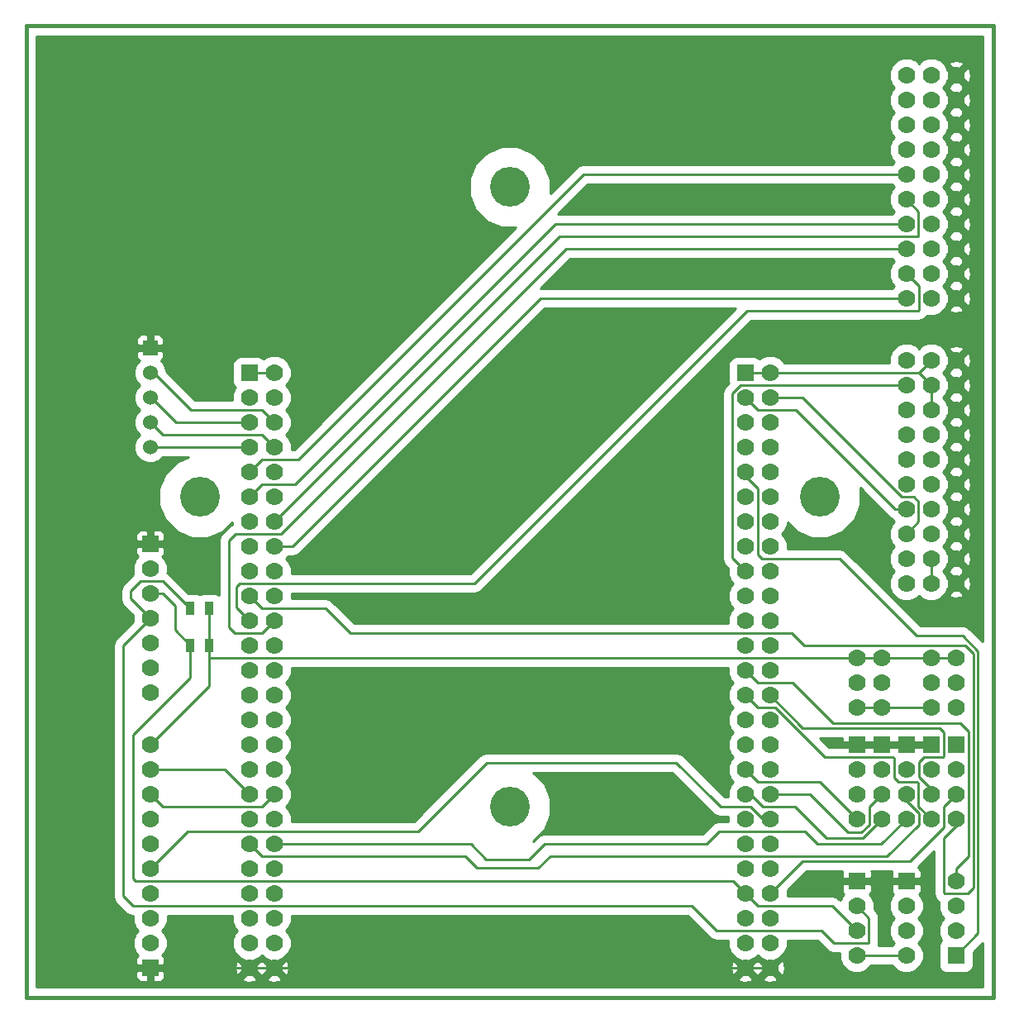
<source format=gtl>
G04 (created by PCBNEW-RS274X (2012-01-19 BZR 3256)-stable) date 5/8/2013 11:12:38 PM*
G01*
G70*
G90*
%MOIN*%
G04 Gerber Fmt 3.4, Leading zero omitted, Abs format*
%FSLAX34Y34*%
G04 APERTURE LIST*
%ADD10C,0.000100*%
%ADD11C,0.015000*%
%ADD12R,0.065000X0.065000*%
%ADD13C,0.070000*%
%ADD14C,0.160000*%
%ADD15R,0.070000X0.070000*%
%ADD16R,0.035000X0.055000*%
%ADD17R,0.060000X0.060000*%
%ADD18C,0.060000*%
%ADD19C,0.032000*%
%ADD20C,0.010000*%
G04 APERTURE END LIST*
G54D10*
G54D11*
X73000Y-58200D02*
X72600Y-58200D01*
X73000Y-57800D02*
X73000Y-58200D01*
X34000Y-57600D02*
X34000Y-58200D01*
X73000Y-19000D02*
X34000Y-19000D01*
X73000Y-58000D02*
X73000Y-19000D01*
X34000Y-58200D02*
X73000Y-58200D01*
X34000Y-19000D02*
X34000Y-58000D01*
G54D12*
X43000Y-33000D03*
G54D13*
X44000Y-33000D03*
X43000Y-34000D03*
X44000Y-34000D03*
X44000Y-35000D03*
X43000Y-35000D03*
X44000Y-36000D03*
X43000Y-36000D03*
X44000Y-37000D03*
X43000Y-37000D03*
X44000Y-38000D03*
X43000Y-38000D03*
X44000Y-39000D03*
X43000Y-39000D03*
X44000Y-40000D03*
X43000Y-40000D03*
X44000Y-41000D03*
X43000Y-41000D03*
X44000Y-42000D03*
X43000Y-42000D03*
X44000Y-43000D03*
X43000Y-43000D03*
X44000Y-44000D03*
X43000Y-44000D03*
X44000Y-45000D03*
X43000Y-45000D03*
X44000Y-46000D03*
X43000Y-46000D03*
X44000Y-47000D03*
X43000Y-47000D03*
X44000Y-48000D03*
X43000Y-48000D03*
X44000Y-49000D03*
X43000Y-49000D03*
X44000Y-50000D03*
X43000Y-50000D03*
X44000Y-51000D03*
X43000Y-51000D03*
X44000Y-52000D03*
X43000Y-52000D03*
X44000Y-53000D03*
X43000Y-53000D03*
X44000Y-54000D03*
X43000Y-54000D03*
X44000Y-55000D03*
X43000Y-55000D03*
X44000Y-56000D03*
X43000Y-56000D03*
X44000Y-57000D03*
X43000Y-57000D03*
X63000Y-57000D03*
X64000Y-57000D03*
X63000Y-56000D03*
X64000Y-56000D03*
X63000Y-55000D03*
X64000Y-55000D03*
X63000Y-54000D03*
X64000Y-54000D03*
X63000Y-53000D03*
X64000Y-53000D03*
X63000Y-52000D03*
X64000Y-52000D03*
X63000Y-51000D03*
X64000Y-51000D03*
X63000Y-50000D03*
X64000Y-50000D03*
X63000Y-49000D03*
X64000Y-49000D03*
X63000Y-48000D03*
X64000Y-48000D03*
X63000Y-47000D03*
X64000Y-47000D03*
X63000Y-46000D03*
X64000Y-46000D03*
X63000Y-45000D03*
X64000Y-45000D03*
X63000Y-44000D03*
X64000Y-44000D03*
X63000Y-43000D03*
X64000Y-43000D03*
X63000Y-42000D03*
X64000Y-42000D03*
X63000Y-41000D03*
X64000Y-41000D03*
X63000Y-40000D03*
X64000Y-40000D03*
X63000Y-39000D03*
X64000Y-39000D03*
X63000Y-38000D03*
X64000Y-38000D03*
X63000Y-37000D03*
X64000Y-37000D03*
X63000Y-36000D03*
X64000Y-36000D03*
X63000Y-35000D03*
X64000Y-35000D03*
X63000Y-34000D03*
X64000Y-34000D03*
G54D12*
X63000Y-33000D03*
G54D13*
X64000Y-33000D03*
X69500Y-32500D03*
X69500Y-33500D03*
X69500Y-34500D03*
X69500Y-35500D03*
X69500Y-36500D03*
X69500Y-37500D03*
X69500Y-38500D03*
X69500Y-39500D03*
X69500Y-40500D03*
X69500Y-41500D03*
X70500Y-32500D03*
X70500Y-33500D03*
X70500Y-34500D03*
X70500Y-35500D03*
X70500Y-36500D03*
X70500Y-37500D03*
X70500Y-38500D03*
X70500Y-39500D03*
X70500Y-40500D03*
X70500Y-41500D03*
X71500Y-32500D03*
X71500Y-33500D03*
X71500Y-34500D03*
X71500Y-35500D03*
X71500Y-36500D03*
X71500Y-37500D03*
X71500Y-38500D03*
X71500Y-39500D03*
X71500Y-40500D03*
X71500Y-41500D03*
X69500Y-21000D03*
X69500Y-22000D03*
X69500Y-23000D03*
X69500Y-24000D03*
X69500Y-25000D03*
X69500Y-26000D03*
X69500Y-27000D03*
X69500Y-28000D03*
X69500Y-29000D03*
X69500Y-30000D03*
X70500Y-21000D03*
X70500Y-22000D03*
X70500Y-23000D03*
X70500Y-24000D03*
X70500Y-25000D03*
X70500Y-26000D03*
X70500Y-27000D03*
X70500Y-28000D03*
X70500Y-29000D03*
X70500Y-30000D03*
X71500Y-21000D03*
X71500Y-22000D03*
X71500Y-23000D03*
X71500Y-24000D03*
X71500Y-25000D03*
X71500Y-26000D03*
X71500Y-27000D03*
X71500Y-28000D03*
X71500Y-29000D03*
X71500Y-30000D03*
G54D14*
X53500Y-25500D03*
X66000Y-38000D03*
G54D15*
X71500Y-48000D03*
G54D13*
X71500Y-49000D03*
X71500Y-50000D03*
X71500Y-51000D03*
G54D15*
X70500Y-48000D03*
G54D13*
X70500Y-49000D03*
X70500Y-50000D03*
X70500Y-51000D03*
G54D15*
X69500Y-48000D03*
G54D13*
X69500Y-49000D03*
X69500Y-50000D03*
X69500Y-51000D03*
G54D15*
X68500Y-48000D03*
G54D13*
X68500Y-49000D03*
X68500Y-50000D03*
X68500Y-51000D03*
G54D15*
X67500Y-48000D03*
G54D13*
X67500Y-49000D03*
X67500Y-50000D03*
X67500Y-51000D03*
X71500Y-44500D03*
X71500Y-45500D03*
X71500Y-46500D03*
X70500Y-44500D03*
X70500Y-45500D03*
X70500Y-46500D03*
X68500Y-44500D03*
X68500Y-45500D03*
X68500Y-46500D03*
X67500Y-44500D03*
X67500Y-45500D03*
X67500Y-46500D03*
G54D12*
X39000Y-57000D03*
G54D13*
X39000Y-56000D03*
X39000Y-55000D03*
X39000Y-54000D03*
X39000Y-53000D03*
X39000Y-52000D03*
X39000Y-51000D03*
X39000Y-50000D03*
X39000Y-49000D03*
X39000Y-48000D03*
G54D15*
X67500Y-53500D03*
G54D13*
X67500Y-54500D03*
X67500Y-55500D03*
X67500Y-56500D03*
X71500Y-53500D03*
X71500Y-54500D03*
X71500Y-55500D03*
G54D15*
X71500Y-56500D03*
X69500Y-53500D03*
G54D13*
X69500Y-54500D03*
X69500Y-55500D03*
X69500Y-56500D03*
G54D14*
X53500Y-50500D03*
X41000Y-38000D03*
G54D12*
X39000Y-39900D03*
G54D13*
X39000Y-40900D03*
X39000Y-41900D03*
X39000Y-42900D03*
X39000Y-43900D03*
X39000Y-44900D03*
X39000Y-45900D03*
G54D16*
X40625Y-44000D03*
X41375Y-44000D03*
X40625Y-42500D03*
X41375Y-42500D03*
G54D17*
X39000Y-31990D03*
G54D18*
X39000Y-32990D03*
X39000Y-33990D03*
X39000Y-34990D03*
X39000Y-35990D03*
G54D19*
X59250Y-46250D03*
X52000Y-46200D03*
X66750Y-31250D03*
X45000Y-23000D03*
X37000Y-31000D03*
X58750Y-50750D03*
X66750Y-21000D03*
X68250Y-31250D03*
X54000Y-57000D03*
X65500Y-31250D03*
X59250Y-42000D03*
X56000Y-57000D03*
X57000Y-47250D03*
X61250Y-40750D03*
X55000Y-56000D03*
X49750Y-56000D03*
X50900Y-47300D03*
X58000Y-46250D03*
X61000Y-57000D03*
X54750Y-42000D03*
X57500Y-21000D03*
X60000Y-57000D03*
X56250Y-42000D03*
X65250Y-21000D03*
X59000Y-57000D03*
X54000Y-56000D03*
X43250Y-30500D03*
X47000Y-30500D03*
X59750Y-49750D03*
X60750Y-21000D03*
X53000Y-57000D03*
X61250Y-42000D03*
X56000Y-56000D03*
X61500Y-34500D03*
X61000Y-50750D03*
X53000Y-56000D03*
X62250Y-22250D03*
X63750Y-21000D03*
X58000Y-56000D03*
X62250Y-21000D03*
X46750Y-56000D03*
X56250Y-40250D03*
X63750Y-22250D03*
X65500Y-32250D03*
X60750Y-24000D03*
X54100Y-42650D03*
X59000Y-37500D03*
X59000Y-22500D03*
X59000Y-24000D03*
X60750Y-22500D03*
X57500Y-22500D03*
X48000Y-42200D03*
X57500Y-24000D03*
X46900Y-42200D03*
X59000Y-21000D03*
X66750Y-22250D03*
X55750Y-47250D03*
X56750Y-46250D03*
X66750Y-32250D03*
X37000Y-33000D03*
X71250Y-31250D03*
X37000Y-27000D03*
X60000Y-56000D03*
X47500Y-42750D03*
X56750Y-31750D03*
X35000Y-49000D03*
X47000Y-28500D03*
X57000Y-57000D03*
X50900Y-45800D03*
X37000Y-25000D03*
X49500Y-45750D03*
X35000Y-53000D03*
X53000Y-35400D03*
X37000Y-49000D03*
X35000Y-33000D03*
X56750Y-29000D03*
X61500Y-33500D03*
X45000Y-28500D03*
X35000Y-43000D03*
X57000Y-56000D03*
X65250Y-22250D03*
X43250Y-23000D03*
X35000Y-35000D03*
X35000Y-51000D03*
X37000Y-51000D03*
X59000Y-56000D03*
X60250Y-37500D03*
X35000Y-47000D03*
X55000Y-57000D03*
X58000Y-57000D03*
X55000Y-33500D03*
X59500Y-29000D03*
X37000Y-23000D03*
X47000Y-32500D03*
X35000Y-29000D03*
X35000Y-25000D03*
X35000Y-37000D03*
X43250Y-28500D03*
X39000Y-23000D03*
X37000Y-57000D03*
X37000Y-43000D03*
X60250Y-35750D03*
X35000Y-55000D03*
X35000Y-23000D03*
X35000Y-45000D03*
X35000Y-27000D03*
X43250Y-24750D03*
X61500Y-35750D03*
X61000Y-56000D03*
X35000Y-39000D03*
X47000Y-26500D03*
X45000Y-24750D03*
X64250Y-31250D03*
X61000Y-48000D03*
X37000Y-29000D03*
X45000Y-30500D03*
X35000Y-41000D03*
X62500Y-26000D03*
X51100Y-35600D03*
X37000Y-55000D03*
X47000Y-24750D03*
X35000Y-31000D03*
X37000Y-41000D03*
X45000Y-26500D03*
X37000Y-45000D03*
X69750Y-31250D03*
X37000Y-47000D03*
X37000Y-35000D03*
X55000Y-31750D03*
X47000Y-23000D03*
X59500Y-26000D03*
X51100Y-37300D03*
X47000Y-39700D03*
X37000Y-37000D03*
X43250Y-26500D03*
X37000Y-39000D03*
X47000Y-49750D03*
X53000Y-33800D03*
X41000Y-23000D03*
X35000Y-57000D03*
X37000Y-53000D03*
X47000Y-48250D03*
G54D20*
X44000Y-33000D02*
X43000Y-33000D01*
X70500Y-44500D02*
X71500Y-44500D01*
X41375Y-44500D02*
X41375Y-44000D01*
X41375Y-42500D02*
X41375Y-44000D01*
X67500Y-44500D02*
X68500Y-44500D01*
X41375Y-45625D02*
X41375Y-44500D01*
X41375Y-44500D02*
X67500Y-44500D01*
X39000Y-48000D02*
X41375Y-45625D01*
X68500Y-44500D02*
X70500Y-44500D01*
X69500Y-56500D02*
X67500Y-56500D01*
X68500Y-46500D02*
X70500Y-46500D01*
X70500Y-41500D02*
X70500Y-40500D01*
X70000Y-33000D02*
X70500Y-32500D01*
X70500Y-34500D02*
X70500Y-33500D01*
X70000Y-33000D02*
X64000Y-33000D01*
X67500Y-46500D02*
X68500Y-46500D01*
X64000Y-33000D02*
X63000Y-33000D01*
X70500Y-33500D02*
X70000Y-33000D01*
X60250Y-37500D02*
X59000Y-37500D01*
X39000Y-31990D02*
X37990Y-31990D01*
X37000Y-37000D02*
X35000Y-37000D01*
X37990Y-31990D02*
X37000Y-31000D01*
X55750Y-47250D02*
X57000Y-47250D01*
X50900Y-45800D02*
X50900Y-47300D01*
X71250Y-31250D02*
X69750Y-31250D01*
X52000Y-46200D02*
X56700Y-46200D01*
X55000Y-57000D02*
X55000Y-56000D01*
X63750Y-21000D02*
X63750Y-22250D01*
X58000Y-56000D02*
X58000Y-57000D01*
X64000Y-57000D02*
X63000Y-57000D01*
X39000Y-57000D02*
X43000Y-57000D01*
X62250Y-22250D02*
X62250Y-21000D01*
X69500Y-53500D02*
X67500Y-53500D01*
X61000Y-50750D02*
X58750Y-50750D01*
X65500Y-31250D02*
X64250Y-31250D01*
X58000Y-46250D02*
X59250Y-46250D01*
X61000Y-57000D02*
X61000Y-56000D01*
X69500Y-48000D02*
X70500Y-48000D01*
X67500Y-48000D02*
X68500Y-48000D01*
X54000Y-56000D02*
X54000Y-57000D01*
X54100Y-42650D02*
X54000Y-42750D01*
X56700Y-46200D02*
X56750Y-46250D01*
X59500Y-26000D02*
X62500Y-26000D01*
X56250Y-42000D02*
X59250Y-42000D01*
X65250Y-22250D02*
X65250Y-21000D01*
X61500Y-33500D02*
X61500Y-34500D01*
X57500Y-21000D02*
X57500Y-22500D01*
X60000Y-56000D02*
X60000Y-57000D01*
X54000Y-42750D02*
X47500Y-42750D01*
X44000Y-57000D02*
X63000Y-57000D01*
X60750Y-21000D02*
X60750Y-22500D01*
X43000Y-57000D02*
X44000Y-57000D01*
X46900Y-42200D02*
X48000Y-42200D01*
X61250Y-42000D02*
X61250Y-40750D01*
X56000Y-56000D02*
X56000Y-57000D01*
X37000Y-57000D02*
X35000Y-57000D01*
X66750Y-21000D02*
X66750Y-22250D01*
X60750Y-24000D02*
X59000Y-24000D01*
X53000Y-57000D02*
X53000Y-56000D01*
X56250Y-40250D02*
X56250Y-42000D01*
X39000Y-23000D02*
X41000Y-23000D01*
X61500Y-35750D02*
X60250Y-35750D01*
X35000Y-35000D02*
X37000Y-35000D01*
X47000Y-48250D02*
X49500Y-45750D01*
X47000Y-39700D02*
X51100Y-35600D01*
X68250Y-31250D02*
X66750Y-31250D01*
X35000Y-47000D02*
X37000Y-47000D01*
X37000Y-45000D02*
X35000Y-45000D01*
X47000Y-26500D02*
X47000Y-28500D01*
X56750Y-29000D02*
X59500Y-29000D01*
X53000Y-33800D02*
X53000Y-33750D01*
X53000Y-33750D02*
X55000Y-31750D01*
X59000Y-57000D02*
X59000Y-56000D01*
X57000Y-57000D02*
X57000Y-56000D01*
X66750Y-32250D02*
X65500Y-32250D01*
X35000Y-31000D02*
X37000Y-31000D01*
X35000Y-51000D02*
X37000Y-51000D01*
X59250Y-46250D02*
X61000Y-48000D01*
X43250Y-30500D02*
X45000Y-30500D01*
X59000Y-22500D02*
X59000Y-21000D01*
X47000Y-30500D02*
X47000Y-32500D01*
X53000Y-56000D02*
X49750Y-56000D01*
X47000Y-23000D02*
X47000Y-24750D01*
X37000Y-41000D02*
X35000Y-41000D01*
X45000Y-28500D02*
X45000Y-26500D01*
X35000Y-39000D02*
X37000Y-39000D01*
X45000Y-24750D02*
X45000Y-23000D01*
X37000Y-33000D02*
X35000Y-33000D01*
X35000Y-43000D02*
X37000Y-43000D01*
X37000Y-53000D02*
X35000Y-53000D01*
X35000Y-23000D02*
X37000Y-23000D01*
X37000Y-29000D02*
X35000Y-29000D01*
X55000Y-33500D02*
X56750Y-31750D01*
X43250Y-23000D02*
X43250Y-24750D01*
X51100Y-37300D02*
X53000Y-35400D01*
X50900Y-45800D02*
X50900Y-45850D01*
X37000Y-25000D02*
X35000Y-25000D01*
X35000Y-27000D02*
X37000Y-27000D01*
X37000Y-49000D02*
X35000Y-49000D01*
X35000Y-55000D02*
X37000Y-55000D01*
X43250Y-26500D02*
X43250Y-28500D01*
X50900Y-45850D02*
X47000Y-49750D01*
X44965Y-36500D02*
X43500Y-36500D01*
X69500Y-25000D02*
X56465Y-25000D01*
X43500Y-36500D02*
X43000Y-37000D01*
X56465Y-25000D02*
X44965Y-36500D01*
X63500Y-54500D02*
X66500Y-54500D01*
X66500Y-54500D02*
X67500Y-55500D01*
X63000Y-54000D02*
X63500Y-54500D01*
X39500Y-41900D02*
X40000Y-42400D01*
X62500Y-53500D02*
X63000Y-54000D01*
X40600Y-44025D02*
X40625Y-44000D01*
X40600Y-45300D02*
X40600Y-44025D01*
X38300Y-47600D02*
X38300Y-53400D01*
X39750Y-46150D02*
X40600Y-45300D01*
X39000Y-41900D02*
X39500Y-41900D01*
X39750Y-46150D02*
X38300Y-47600D01*
X40000Y-43375D02*
X40625Y-44000D01*
X38300Y-53400D02*
X38400Y-53500D01*
X38400Y-53500D02*
X39900Y-53500D01*
X40000Y-42400D02*
X40000Y-43375D01*
X39900Y-53500D02*
X62500Y-53500D01*
X63228Y-50500D02*
X62000Y-50500D01*
X46710Y-51500D02*
X49800Y-51500D01*
X49800Y-51500D02*
X52580Y-48720D01*
X40500Y-51500D02*
X39000Y-53000D01*
X52580Y-48720D02*
X60217Y-48720D01*
X62000Y-50500D02*
X61730Y-50230D01*
X64000Y-51000D02*
X63728Y-51000D01*
X46710Y-51500D02*
X40500Y-51500D01*
X60217Y-48720D02*
X61730Y-50233D01*
X63728Y-51000D02*
X63228Y-50500D01*
X61730Y-50230D02*
X61730Y-50233D01*
X55500Y-27500D02*
X44000Y-39000D01*
X69994Y-26494D02*
X69994Y-27472D01*
X69994Y-27472D02*
X69966Y-27500D01*
X69966Y-27500D02*
X55500Y-27500D01*
X69500Y-26000D02*
X69994Y-26494D01*
X43500Y-37500D02*
X44844Y-37500D01*
X55344Y-27000D02*
X69500Y-27000D01*
X44844Y-37500D02*
X55344Y-27000D01*
X43000Y-38000D02*
X43500Y-37500D01*
X44740Y-40000D02*
X54740Y-30000D01*
X69500Y-30000D02*
X54740Y-30000D01*
X44000Y-40000D02*
X44740Y-40000D01*
X65306Y-52694D02*
X64000Y-54000D01*
X69646Y-52694D02*
X65306Y-52694D01*
X71000Y-50500D02*
X71000Y-51340D01*
X71000Y-51340D02*
X69646Y-52694D01*
X71500Y-50000D02*
X71000Y-50500D01*
X42410Y-43500D02*
X43490Y-43500D01*
X44100Y-39500D02*
X42430Y-39500D01*
X43500Y-43500D02*
X44000Y-43000D01*
X69500Y-28000D02*
X56400Y-28000D01*
X42170Y-39760D02*
X42170Y-43260D01*
X44280Y-39500D02*
X55780Y-28000D01*
X42170Y-43260D02*
X42410Y-43500D01*
X43490Y-43500D02*
X43500Y-43500D01*
X42430Y-39500D02*
X42170Y-39760D01*
X55780Y-28000D02*
X56400Y-28000D01*
X44100Y-39500D02*
X44280Y-39500D01*
X63072Y-30494D02*
X69972Y-30494D01*
X70000Y-29500D02*
X69500Y-29000D01*
X70000Y-30466D02*
X70000Y-29500D01*
X42469Y-42469D02*
X42469Y-41638D01*
X43000Y-43000D02*
X42469Y-42469D01*
X52066Y-41500D02*
X63072Y-30494D01*
X42469Y-41638D02*
X42607Y-41500D01*
X69972Y-30494D02*
X70000Y-30466D01*
X42607Y-41500D02*
X52066Y-41500D01*
X43500Y-50500D02*
X44000Y-50000D01*
X39500Y-50500D02*
X43500Y-50500D01*
X39000Y-50000D02*
X39500Y-50500D01*
X39000Y-49000D02*
X42000Y-49000D01*
X42000Y-49000D02*
X43000Y-50000D01*
X69500Y-33500D02*
X62803Y-33500D01*
X62469Y-40469D02*
X63000Y-41000D01*
X62803Y-33500D02*
X62469Y-33834D01*
X62469Y-33834D02*
X62469Y-40469D01*
X39000Y-32990D02*
X39140Y-32990D01*
X40650Y-34500D02*
X43500Y-34500D01*
X39140Y-32990D02*
X40650Y-34500D01*
X43500Y-34500D02*
X44000Y-35000D01*
X42775Y-34500D02*
X43500Y-34500D01*
X43500Y-34500D02*
X44000Y-35000D01*
X43500Y-34500D02*
X44000Y-35000D01*
X42775Y-34500D02*
X43500Y-34500D01*
X39000Y-33990D02*
X39040Y-33990D01*
X40050Y-35000D02*
X43000Y-35000D01*
X39040Y-33990D02*
X40050Y-35000D01*
X65024Y-50500D02*
X63700Y-50500D01*
X63000Y-50000D02*
X63200Y-50000D01*
X66284Y-51760D02*
X65024Y-50500D01*
X68500Y-51000D02*
X67740Y-51760D01*
X67740Y-51760D02*
X66284Y-51760D01*
X63200Y-50000D02*
X63700Y-50500D01*
X67684Y-51541D02*
X67151Y-51541D01*
X68500Y-50000D02*
X68000Y-50500D01*
X68000Y-51225D02*
X67684Y-51541D01*
X65610Y-50000D02*
X64000Y-50000D01*
X67151Y-51541D02*
X65610Y-50000D01*
X68000Y-50500D02*
X68000Y-51225D01*
X63500Y-49500D02*
X63000Y-49000D01*
X66000Y-49500D02*
X63500Y-49500D01*
X67500Y-51000D02*
X66000Y-49500D01*
X39000Y-34990D02*
X39000Y-35000D01*
X39000Y-35000D02*
X39500Y-35500D01*
X39500Y-35500D02*
X43500Y-35500D01*
X43500Y-35500D02*
X44000Y-36000D01*
X39000Y-35000D02*
X39500Y-35500D01*
X43500Y-35500D02*
X44000Y-36000D01*
X39500Y-35500D02*
X43500Y-35500D01*
X39000Y-36000D02*
X43000Y-36000D01*
X39000Y-35990D02*
X42990Y-35990D01*
X42990Y-35990D02*
X43000Y-36000D01*
X71034Y-53994D02*
X71966Y-53994D01*
X72202Y-44323D02*
X71885Y-44006D01*
X47071Y-43500D02*
X46071Y-42500D01*
X65392Y-44006D02*
X64886Y-43500D01*
X71500Y-51000D02*
X71500Y-51269D01*
X72202Y-53758D02*
X72202Y-44323D01*
X64886Y-43500D02*
X47071Y-43500D01*
X43500Y-42500D02*
X43000Y-42000D01*
X71966Y-53994D02*
X72202Y-53758D01*
X46071Y-42500D02*
X43500Y-42500D01*
X71500Y-51269D02*
X71006Y-51763D01*
X71006Y-53966D02*
X71034Y-53994D01*
X71006Y-51763D02*
X71006Y-53966D01*
X71885Y-44006D02*
X65392Y-44006D01*
X66218Y-48493D02*
X64225Y-46500D01*
X64225Y-46500D02*
X63500Y-46500D01*
X69993Y-50493D02*
X69993Y-49568D01*
X69000Y-48534D02*
X68959Y-48493D01*
X69993Y-49568D02*
X69931Y-49506D01*
X69000Y-49315D02*
X69000Y-48534D01*
X69931Y-49506D02*
X69191Y-49506D01*
X63500Y-46500D02*
X63000Y-46000D01*
X70500Y-51000D02*
X69993Y-50493D01*
X68959Y-48493D02*
X66218Y-48493D01*
X69191Y-49506D02*
X69000Y-49315D01*
X70500Y-50000D02*
X70500Y-49798D01*
X71006Y-48454D02*
X71006Y-47710D01*
X70006Y-48702D02*
X70214Y-48494D01*
X70500Y-49798D02*
X70006Y-49304D01*
X71006Y-47710D02*
X71006Y-47496D01*
X70966Y-48494D02*
X71006Y-48454D01*
X70214Y-48494D02*
X70966Y-48494D01*
X70006Y-49304D02*
X70006Y-48702D01*
X65320Y-47320D02*
X64000Y-46000D01*
X70830Y-47320D02*
X70610Y-47320D01*
X70610Y-47320D02*
X65320Y-47320D01*
X71006Y-47496D02*
X70830Y-47320D01*
X66536Y-47126D02*
X71686Y-47126D01*
X72008Y-47750D02*
X72008Y-47528D01*
X72008Y-47602D02*
X72008Y-47602D01*
X72010Y-47450D02*
X72010Y-47602D01*
X71500Y-53007D02*
X72008Y-52499D01*
X64910Y-45500D02*
X63500Y-45500D01*
X63000Y-45000D02*
X63500Y-45500D01*
X71686Y-47126D02*
X72010Y-47450D01*
X71500Y-53500D02*
X71500Y-53007D01*
X72008Y-47750D02*
X72008Y-47602D01*
X72008Y-52499D02*
X72008Y-47750D01*
X66536Y-47126D02*
X64910Y-45500D01*
X72010Y-47602D02*
X72008Y-47602D01*
X68494Y-52006D02*
X65906Y-52006D01*
X51950Y-52000D02*
X52560Y-52610D01*
X51840Y-52000D02*
X51950Y-52000D01*
X51840Y-52000D02*
X44000Y-52000D01*
X61170Y-52000D02*
X54900Y-52000D01*
X54290Y-52610D02*
X54900Y-52000D01*
X52560Y-52610D02*
X54290Y-52610D01*
X61440Y-52000D02*
X61940Y-51500D01*
X61940Y-51500D02*
X65400Y-51500D01*
X65400Y-51500D02*
X65906Y-52006D01*
X61170Y-52000D02*
X61440Y-52000D01*
X69500Y-51000D02*
X68494Y-52006D01*
X50910Y-52500D02*
X43500Y-52500D01*
X51710Y-52500D02*
X52180Y-52970D01*
X69500Y-50275D02*
X70000Y-50775D01*
X69500Y-50000D02*
X69500Y-50275D01*
X70000Y-50775D02*
X70000Y-51221D01*
X70000Y-51221D02*
X68721Y-52500D01*
X54660Y-52970D02*
X55130Y-52500D01*
X68721Y-52500D02*
X55130Y-52500D01*
X52180Y-52970D02*
X54660Y-52970D01*
X43500Y-52500D02*
X43000Y-52000D01*
X50910Y-52500D02*
X51710Y-52500D01*
X63500Y-40330D02*
X63670Y-40500D01*
X63670Y-40500D02*
X65480Y-40500D01*
X63500Y-37670D02*
X63500Y-40330D01*
X63000Y-37170D02*
X63500Y-37670D01*
X63670Y-40500D02*
X65480Y-40500D01*
X65480Y-40500D02*
X66808Y-40500D01*
X71500Y-56500D02*
X72395Y-55605D01*
X72395Y-55605D02*
X72395Y-44221D01*
X63000Y-37000D02*
X63000Y-37170D01*
X72395Y-44221D02*
X71774Y-43600D01*
X71774Y-43600D02*
X69908Y-43600D01*
X69908Y-43600D02*
X66808Y-40500D01*
X69994Y-39006D02*
X69994Y-38200D01*
X69994Y-38200D02*
X69800Y-38006D01*
X69500Y-39500D02*
X69994Y-39006D01*
X65302Y-34000D02*
X64000Y-34000D01*
X69800Y-38006D02*
X69308Y-38006D01*
X69308Y-38006D02*
X65302Y-34000D01*
X38200Y-42100D02*
X39000Y-42900D01*
X66580Y-56000D02*
X67966Y-56000D01*
X66080Y-55500D02*
X66580Y-56000D01*
X40600Y-42500D02*
X39500Y-41400D01*
X38200Y-41800D02*
X38200Y-42100D01*
X38800Y-54500D02*
X60855Y-54500D01*
X38300Y-54500D02*
X38800Y-54500D01*
X37900Y-54100D02*
X38300Y-54500D01*
X37900Y-44000D02*
X37900Y-54100D01*
X67994Y-54994D02*
X67500Y-54500D01*
X61855Y-55500D02*
X66080Y-55500D01*
X67994Y-55972D02*
X67994Y-54994D01*
X40625Y-42500D02*
X40600Y-42500D01*
X67966Y-56000D02*
X67994Y-55972D01*
X39000Y-42900D02*
X37900Y-44000D01*
X38600Y-41400D02*
X38200Y-41800D01*
X60855Y-54500D02*
X61855Y-55500D01*
X39500Y-41400D02*
X38600Y-41400D01*
X64950Y-34500D02*
X65060Y-34500D01*
X69060Y-38500D02*
X69500Y-38500D01*
X65060Y-34500D02*
X69060Y-38500D01*
X63500Y-34500D02*
X63000Y-34000D01*
X64950Y-34500D02*
X63500Y-34500D01*
G54D10*
G36*
X62301Y-51100D02*
X61940Y-51100D01*
X61786Y-51130D01*
X61657Y-51217D01*
X61274Y-51600D01*
X61170Y-51600D01*
X54900Y-51600D01*
X54747Y-51630D01*
X54617Y-51717D01*
X54614Y-51720D01*
X54434Y-51899D01*
X54898Y-51436D01*
X55150Y-50829D01*
X55150Y-50173D01*
X54899Y-49566D01*
X54453Y-49120D01*
X60051Y-49120D01*
X61444Y-50512D01*
X61447Y-50516D01*
X61456Y-50522D01*
X61714Y-50779D01*
X61717Y-50783D01*
X61846Y-50869D01*
X61847Y-50870D01*
X61969Y-50893D01*
X61999Y-50900D01*
X61999Y-50899D01*
X62000Y-50900D01*
X62301Y-50900D01*
X62301Y-51100D01*
X62301Y-51100D01*
G37*
G54D20*
X62301Y-51100D02*
X61940Y-51100D01*
X61786Y-51130D01*
X61657Y-51217D01*
X61274Y-51600D01*
X61170Y-51600D01*
X54900Y-51600D01*
X54747Y-51630D01*
X54617Y-51717D01*
X54614Y-51720D01*
X54434Y-51899D01*
X54898Y-51436D01*
X55150Y-50829D01*
X55150Y-50173D01*
X54899Y-49566D01*
X54453Y-49120D01*
X60051Y-49120D01*
X61444Y-50512D01*
X61447Y-50516D01*
X61456Y-50522D01*
X61714Y-50779D01*
X61717Y-50783D01*
X61846Y-50869D01*
X61847Y-50870D01*
X61969Y-50893D01*
X61999Y-50900D01*
X61999Y-50899D01*
X62000Y-50900D01*
X62301Y-50900D01*
X62301Y-51100D01*
G54D10*
G36*
X62511Y-49500D02*
X62408Y-49603D01*
X62301Y-49860D01*
X62301Y-50100D01*
X62165Y-50100D01*
X62013Y-49947D01*
X62000Y-49938D01*
X60500Y-48437D01*
X60370Y-48350D01*
X60217Y-48320D01*
X52580Y-48320D01*
X52427Y-48350D01*
X52297Y-48437D01*
X52294Y-48440D01*
X49634Y-51100D01*
X46710Y-51100D01*
X44699Y-51100D01*
X44699Y-50862D01*
X44593Y-50605D01*
X44488Y-50499D01*
X44592Y-50397D01*
X44699Y-50140D01*
X44699Y-49862D01*
X44593Y-49605D01*
X44488Y-49499D01*
X44592Y-49397D01*
X44699Y-49140D01*
X44699Y-48862D01*
X44593Y-48605D01*
X44488Y-48499D01*
X44592Y-48397D01*
X44699Y-48140D01*
X44699Y-47862D01*
X44593Y-47605D01*
X44488Y-47499D01*
X44592Y-47397D01*
X44699Y-47140D01*
X44699Y-46862D01*
X44593Y-46605D01*
X44488Y-46499D01*
X44592Y-46397D01*
X44699Y-46140D01*
X44699Y-45862D01*
X44593Y-45605D01*
X44488Y-45499D01*
X44592Y-45397D01*
X44699Y-45140D01*
X44699Y-44900D01*
X62301Y-44900D01*
X62301Y-45138D01*
X62407Y-45395D01*
X62511Y-45500D01*
X62408Y-45603D01*
X62301Y-45860D01*
X62301Y-46138D01*
X62407Y-46395D01*
X62511Y-46500D01*
X62408Y-46603D01*
X62301Y-46860D01*
X62301Y-47138D01*
X62407Y-47395D01*
X62511Y-47500D01*
X62408Y-47603D01*
X62301Y-47860D01*
X62301Y-48138D01*
X62407Y-48395D01*
X62511Y-48500D01*
X62408Y-48603D01*
X62301Y-48860D01*
X62301Y-49138D01*
X62407Y-49395D01*
X62511Y-49500D01*
X62511Y-49500D01*
G37*
G54D20*
X62511Y-49500D02*
X62408Y-49603D01*
X62301Y-49860D01*
X62301Y-50100D01*
X62165Y-50100D01*
X62013Y-49947D01*
X62000Y-49938D01*
X60500Y-48437D01*
X60370Y-48350D01*
X60217Y-48320D01*
X52580Y-48320D01*
X52427Y-48350D01*
X52297Y-48437D01*
X52294Y-48440D01*
X49634Y-51100D01*
X46710Y-51100D01*
X44699Y-51100D01*
X44699Y-50862D01*
X44593Y-50605D01*
X44488Y-50499D01*
X44592Y-50397D01*
X44699Y-50140D01*
X44699Y-49862D01*
X44593Y-49605D01*
X44488Y-49499D01*
X44592Y-49397D01*
X44699Y-49140D01*
X44699Y-48862D01*
X44593Y-48605D01*
X44488Y-48499D01*
X44592Y-48397D01*
X44699Y-48140D01*
X44699Y-47862D01*
X44593Y-47605D01*
X44488Y-47499D01*
X44592Y-47397D01*
X44699Y-47140D01*
X44699Y-46862D01*
X44593Y-46605D01*
X44488Y-46499D01*
X44592Y-46397D01*
X44699Y-46140D01*
X44699Y-45862D01*
X44593Y-45605D01*
X44488Y-45499D01*
X44592Y-45397D01*
X44699Y-45140D01*
X44699Y-44900D01*
X62301Y-44900D01*
X62301Y-45138D01*
X62407Y-45395D01*
X62511Y-45500D01*
X62408Y-45603D01*
X62301Y-45860D01*
X62301Y-46138D01*
X62407Y-46395D01*
X62511Y-46500D01*
X62408Y-46603D01*
X62301Y-46860D01*
X62301Y-47138D01*
X62407Y-47395D01*
X62511Y-47500D01*
X62408Y-47603D01*
X62301Y-47860D01*
X62301Y-48138D01*
X62407Y-48395D01*
X62511Y-48500D01*
X62408Y-48603D01*
X62301Y-48860D01*
X62301Y-49138D01*
X62407Y-49395D01*
X62511Y-49500D01*
G54D10*
G36*
X62600Y-30400D02*
X51900Y-41100D01*
X44699Y-41100D01*
X44699Y-40862D01*
X44593Y-40605D01*
X44488Y-40499D01*
X44588Y-40400D01*
X44740Y-40400D01*
X44893Y-40370D01*
X45023Y-40283D01*
X54906Y-30400D01*
X62600Y-30400D01*
X62600Y-30400D01*
G37*
G54D20*
X62600Y-30400D02*
X51900Y-41100D01*
X44699Y-41100D01*
X44699Y-40862D01*
X44593Y-40605D01*
X44488Y-40499D01*
X44588Y-40400D01*
X44740Y-40400D01*
X44893Y-40370D01*
X45023Y-40283D01*
X54906Y-30400D01*
X62600Y-30400D01*
G54D10*
G36*
X69011Y-26500D02*
X68911Y-26600D01*
X55431Y-26600D01*
X56631Y-25400D01*
X68911Y-25400D01*
X69011Y-25500D01*
X68908Y-25603D01*
X68801Y-25860D01*
X68801Y-26138D01*
X68907Y-26395D01*
X69011Y-26500D01*
X69011Y-26500D01*
G37*
G54D20*
X69011Y-26500D02*
X68911Y-26600D01*
X55431Y-26600D01*
X56631Y-25400D01*
X68911Y-25400D01*
X69011Y-25500D01*
X68908Y-25603D01*
X68801Y-25860D01*
X68801Y-26138D01*
X68907Y-26395D01*
X69011Y-26500D01*
G54D10*
G36*
X69011Y-29500D02*
X68911Y-29600D01*
X54746Y-29600D01*
X55946Y-28400D01*
X56400Y-28400D01*
X68911Y-28400D01*
X69011Y-28500D01*
X68908Y-28603D01*
X68801Y-28860D01*
X68801Y-29138D01*
X68907Y-29395D01*
X69011Y-29500D01*
X69011Y-29500D01*
G37*
G54D20*
X69011Y-29500D02*
X68911Y-29600D01*
X54746Y-29600D01*
X55946Y-28400D01*
X56400Y-28400D01*
X68911Y-28400D01*
X69011Y-28500D01*
X68908Y-28603D01*
X68801Y-28860D01*
X68801Y-29138D01*
X68907Y-29395D01*
X69011Y-29500D01*
G54D10*
G36*
X70600Y-48094D02*
X70214Y-48094D01*
X70183Y-48100D01*
X70038Y-48100D01*
X69962Y-48100D01*
X69650Y-48100D01*
X69600Y-48100D01*
X69400Y-48100D01*
X69350Y-48100D01*
X69038Y-48100D01*
X68994Y-48100D01*
X68959Y-48093D01*
X66383Y-48093D01*
X66010Y-47720D01*
X66900Y-47720D01*
X66900Y-47838D01*
X66962Y-47900D01*
X67350Y-47900D01*
X67400Y-47900D01*
X67600Y-47900D01*
X67650Y-47900D01*
X67962Y-47900D01*
X68038Y-47900D01*
X68350Y-47900D01*
X68400Y-47900D01*
X68600Y-47900D01*
X68650Y-47900D01*
X68962Y-47900D01*
X69038Y-47900D01*
X69350Y-47900D01*
X69400Y-47900D01*
X69600Y-47900D01*
X69650Y-47900D01*
X69962Y-47900D01*
X70038Y-47900D01*
X70350Y-47900D01*
X70400Y-47900D01*
X70600Y-47900D01*
X70600Y-48094D01*
X70600Y-48094D01*
G37*
G54D20*
X70600Y-48094D02*
X70214Y-48094D01*
X70183Y-48100D01*
X70038Y-48100D01*
X69962Y-48100D01*
X69650Y-48100D01*
X69600Y-48100D01*
X69400Y-48100D01*
X69350Y-48100D01*
X69038Y-48100D01*
X68994Y-48100D01*
X68959Y-48093D01*
X66383Y-48093D01*
X66010Y-47720D01*
X66900Y-47720D01*
X66900Y-47838D01*
X66962Y-47900D01*
X67350Y-47900D01*
X67400Y-47900D01*
X67600Y-47900D01*
X67650Y-47900D01*
X67962Y-47900D01*
X68038Y-47900D01*
X68350Y-47900D01*
X68400Y-47900D01*
X68600Y-47900D01*
X68650Y-47900D01*
X68962Y-47900D01*
X69038Y-47900D01*
X69350Y-47900D01*
X69400Y-47900D01*
X69600Y-47900D01*
X69650Y-47900D01*
X69962Y-47900D01*
X70038Y-47900D01*
X70350Y-47900D01*
X70400Y-47900D01*
X70600Y-47900D01*
X70600Y-48094D01*
G54D10*
G36*
X71600Y-48100D02*
X71406Y-48100D01*
X71406Y-47900D01*
X71600Y-47900D01*
X71600Y-48100D01*
X71600Y-48100D01*
G37*
G54D20*
X71600Y-48100D02*
X71406Y-48100D01*
X71406Y-47900D01*
X71600Y-47900D01*
X71600Y-48100D01*
G54D10*
G36*
X72575Y-57775D02*
X64598Y-57775D01*
X64598Y-57041D01*
X64569Y-56809D01*
X64537Y-56733D01*
X64444Y-56697D01*
X64141Y-57000D01*
X64444Y-57303D01*
X64537Y-57267D01*
X64598Y-57041D01*
X64598Y-57775D01*
X64303Y-57775D01*
X64303Y-57444D01*
X64000Y-57141D01*
X63859Y-57282D01*
X63859Y-57000D01*
X63556Y-56697D01*
X63500Y-56718D01*
X63444Y-56697D01*
X63141Y-57000D01*
X63444Y-57303D01*
X63500Y-57281D01*
X63556Y-57303D01*
X63859Y-57000D01*
X63859Y-57282D01*
X63697Y-57444D01*
X63733Y-57537D01*
X63959Y-57598D01*
X64191Y-57569D01*
X64267Y-57537D01*
X64303Y-57444D01*
X64303Y-57775D01*
X63303Y-57775D01*
X63303Y-57444D01*
X63000Y-57141D01*
X62859Y-57282D01*
X62859Y-57000D01*
X62556Y-56697D01*
X62463Y-56733D01*
X62402Y-56959D01*
X62431Y-57191D01*
X62463Y-57267D01*
X62556Y-57303D01*
X62859Y-57000D01*
X62859Y-57282D01*
X62697Y-57444D01*
X62733Y-57537D01*
X62959Y-57598D01*
X63191Y-57569D01*
X63267Y-57537D01*
X63303Y-57444D01*
X63303Y-57775D01*
X44598Y-57775D01*
X44598Y-57041D01*
X44569Y-56809D01*
X44537Y-56733D01*
X44444Y-56697D01*
X44141Y-57000D01*
X44444Y-57303D01*
X44537Y-57267D01*
X44598Y-57041D01*
X44598Y-57775D01*
X44303Y-57775D01*
X44303Y-57444D01*
X44000Y-57141D01*
X43859Y-57282D01*
X43859Y-57000D01*
X43556Y-56697D01*
X43500Y-56718D01*
X43444Y-56697D01*
X43141Y-57000D01*
X43444Y-57303D01*
X43500Y-57281D01*
X43556Y-57303D01*
X43859Y-57000D01*
X43859Y-57282D01*
X43697Y-57444D01*
X43733Y-57537D01*
X43959Y-57598D01*
X44191Y-57569D01*
X44267Y-57537D01*
X44303Y-57444D01*
X44303Y-57775D01*
X43303Y-57775D01*
X43303Y-57444D01*
X43000Y-57141D01*
X42859Y-57282D01*
X42859Y-57000D01*
X42556Y-56697D01*
X42463Y-56733D01*
X42402Y-56959D01*
X42431Y-57191D01*
X42463Y-57267D01*
X42556Y-57303D01*
X42859Y-57000D01*
X42859Y-57282D01*
X42697Y-57444D01*
X42733Y-57537D01*
X42959Y-57598D01*
X43191Y-57569D01*
X43267Y-57537D01*
X43303Y-57444D01*
X43303Y-57775D01*
X39575Y-57775D01*
X39575Y-57162D01*
X39513Y-57100D01*
X39100Y-57100D01*
X39100Y-57513D01*
X39162Y-57575D01*
X39276Y-57574D01*
X39375Y-57574D01*
X39466Y-57536D01*
X39536Y-57466D01*
X39574Y-57374D01*
X39575Y-57162D01*
X39575Y-57775D01*
X38900Y-57775D01*
X38900Y-57513D01*
X38900Y-57100D01*
X38487Y-57100D01*
X38425Y-57162D01*
X38426Y-57374D01*
X38464Y-57466D01*
X38534Y-57536D01*
X38625Y-57574D01*
X38724Y-57574D01*
X38838Y-57575D01*
X38900Y-57513D01*
X38900Y-57775D01*
X34425Y-57775D01*
X34425Y-57600D01*
X34425Y-19425D01*
X72575Y-19425D01*
X72575Y-43835D01*
X72098Y-43358D01*
X72098Y-41541D01*
X72098Y-40541D01*
X72098Y-39541D01*
X72098Y-38541D01*
X72098Y-37541D01*
X72098Y-36541D01*
X72098Y-35541D01*
X72098Y-34541D01*
X72098Y-33541D01*
X72098Y-32541D01*
X72098Y-30041D01*
X72098Y-29041D01*
X72098Y-28041D01*
X72098Y-27041D01*
X72098Y-26041D01*
X72098Y-25041D01*
X72098Y-24041D01*
X72098Y-23041D01*
X72098Y-22041D01*
X72098Y-21041D01*
X72069Y-20809D01*
X72037Y-20733D01*
X71944Y-20697D01*
X71803Y-20838D01*
X71803Y-20556D01*
X71767Y-20463D01*
X71541Y-20402D01*
X71309Y-20431D01*
X71233Y-20463D01*
X71197Y-20556D01*
X71500Y-20859D01*
X71803Y-20556D01*
X71803Y-20838D01*
X71641Y-21000D01*
X71944Y-21303D01*
X72037Y-21267D01*
X72098Y-21041D01*
X72098Y-22041D01*
X72069Y-21809D01*
X72037Y-21733D01*
X71944Y-21697D01*
X71803Y-21838D01*
X71803Y-21556D01*
X71781Y-21500D01*
X71803Y-21444D01*
X71500Y-21141D01*
X71197Y-21444D01*
X71218Y-21500D01*
X71197Y-21556D01*
X71500Y-21859D01*
X71803Y-21556D01*
X71803Y-21838D01*
X71641Y-22000D01*
X71944Y-22303D01*
X72037Y-22267D01*
X72098Y-22041D01*
X72098Y-23041D01*
X72069Y-22809D01*
X72037Y-22733D01*
X71944Y-22697D01*
X71803Y-22838D01*
X71803Y-22556D01*
X71781Y-22500D01*
X71803Y-22444D01*
X71500Y-22141D01*
X71197Y-22444D01*
X71218Y-22500D01*
X71197Y-22556D01*
X71500Y-22859D01*
X71803Y-22556D01*
X71803Y-22838D01*
X71641Y-23000D01*
X71944Y-23303D01*
X72037Y-23267D01*
X72098Y-23041D01*
X72098Y-24041D01*
X72069Y-23809D01*
X72037Y-23733D01*
X71944Y-23697D01*
X71803Y-23838D01*
X71803Y-23556D01*
X71781Y-23500D01*
X71803Y-23444D01*
X71500Y-23141D01*
X71197Y-23444D01*
X71218Y-23500D01*
X71197Y-23556D01*
X71500Y-23859D01*
X71803Y-23556D01*
X71803Y-23838D01*
X71641Y-24000D01*
X71944Y-24303D01*
X72037Y-24267D01*
X72098Y-24041D01*
X72098Y-25041D01*
X72069Y-24809D01*
X72037Y-24733D01*
X71944Y-24697D01*
X71803Y-24838D01*
X71803Y-24556D01*
X71781Y-24500D01*
X71803Y-24444D01*
X71500Y-24141D01*
X71197Y-24444D01*
X71218Y-24500D01*
X71197Y-24556D01*
X71500Y-24859D01*
X71803Y-24556D01*
X71803Y-24838D01*
X71641Y-25000D01*
X71944Y-25303D01*
X72037Y-25267D01*
X72098Y-25041D01*
X72098Y-26041D01*
X72069Y-25809D01*
X72037Y-25733D01*
X71944Y-25697D01*
X71803Y-25838D01*
X71803Y-25556D01*
X71781Y-25500D01*
X71803Y-25444D01*
X71500Y-25141D01*
X71197Y-25444D01*
X71218Y-25500D01*
X71197Y-25556D01*
X71500Y-25859D01*
X71803Y-25556D01*
X71803Y-25838D01*
X71641Y-26000D01*
X71944Y-26303D01*
X72037Y-26267D01*
X72098Y-26041D01*
X72098Y-27041D01*
X72069Y-26809D01*
X72037Y-26733D01*
X71944Y-26697D01*
X71803Y-26838D01*
X71803Y-26556D01*
X71781Y-26500D01*
X71803Y-26444D01*
X71500Y-26141D01*
X71197Y-26444D01*
X71218Y-26500D01*
X71197Y-26556D01*
X71500Y-26859D01*
X71803Y-26556D01*
X71803Y-26838D01*
X71641Y-27000D01*
X71944Y-27303D01*
X72037Y-27267D01*
X72098Y-27041D01*
X72098Y-28041D01*
X72069Y-27809D01*
X72037Y-27733D01*
X71944Y-27697D01*
X71803Y-27838D01*
X71803Y-27556D01*
X71781Y-27500D01*
X71803Y-27444D01*
X71500Y-27141D01*
X71197Y-27444D01*
X71218Y-27500D01*
X71197Y-27556D01*
X71500Y-27859D01*
X71803Y-27556D01*
X71803Y-27838D01*
X71641Y-28000D01*
X71944Y-28303D01*
X72037Y-28267D01*
X72098Y-28041D01*
X72098Y-29041D01*
X72069Y-28809D01*
X72037Y-28733D01*
X71944Y-28697D01*
X71803Y-28838D01*
X71803Y-28556D01*
X71781Y-28500D01*
X71803Y-28444D01*
X71500Y-28141D01*
X71197Y-28444D01*
X71218Y-28500D01*
X71197Y-28556D01*
X71500Y-28859D01*
X71803Y-28556D01*
X71803Y-28838D01*
X71641Y-29000D01*
X71944Y-29303D01*
X72037Y-29267D01*
X72098Y-29041D01*
X72098Y-30041D01*
X72069Y-29809D01*
X72037Y-29733D01*
X71944Y-29697D01*
X71803Y-29838D01*
X71803Y-29556D01*
X71781Y-29500D01*
X71803Y-29444D01*
X71500Y-29141D01*
X71197Y-29444D01*
X71218Y-29500D01*
X71197Y-29556D01*
X71500Y-29859D01*
X71803Y-29556D01*
X71803Y-29838D01*
X71641Y-30000D01*
X71944Y-30303D01*
X72037Y-30267D01*
X72098Y-30041D01*
X72098Y-32541D01*
X72069Y-32309D01*
X72037Y-32233D01*
X71944Y-32197D01*
X71803Y-32338D01*
X71803Y-32056D01*
X71803Y-30444D01*
X71500Y-30141D01*
X71197Y-30444D01*
X71233Y-30537D01*
X71459Y-30598D01*
X71691Y-30569D01*
X71767Y-30537D01*
X71803Y-30444D01*
X71803Y-32056D01*
X71767Y-31963D01*
X71541Y-31902D01*
X71309Y-31931D01*
X71233Y-31963D01*
X71197Y-32056D01*
X71500Y-32359D01*
X71803Y-32056D01*
X71803Y-32338D01*
X71641Y-32500D01*
X71944Y-32803D01*
X72037Y-32767D01*
X72098Y-32541D01*
X72098Y-33541D01*
X72069Y-33309D01*
X72037Y-33233D01*
X71944Y-33197D01*
X71803Y-33338D01*
X71803Y-33056D01*
X71781Y-33000D01*
X71803Y-32944D01*
X71500Y-32641D01*
X71197Y-32944D01*
X71218Y-33000D01*
X71197Y-33056D01*
X71500Y-33359D01*
X71803Y-33056D01*
X71803Y-33338D01*
X71641Y-33500D01*
X71944Y-33803D01*
X72037Y-33767D01*
X72098Y-33541D01*
X72098Y-34541D01*
X72069Y-34309D01*
X72037Y-34233D01*
X71944Y-34197D01*
X71803Y-34338D01*
X71803Y-34056D01*
X71781Y-34000D01*
X71803Y-33944D01*
X71500Y-33641D01*
X71197Y-33944D01*
X71218Y-34000D01*
X71197Y-34056D01*
X71500Y-34359D01*
X71803Y-34056D01*
X71803Y-34338D01*
X71641Y-34500D01*
X71944Y-34803D01*
X72037Y-34767D01*
X72098Y-34541D01*
X72098Y-35541D01*
X72069Y-35309D01*
X72037Y-35233D01*
X71944Y-35197D01*
X71803Y-35338D01*
X71803Y-35056D01*
X71781Y-35000D01*
X71803Y-34944D01*
X71500Y-34641D01*
X71197Y-34944D01*
X71218Y-35000D01*
X71197Y-35056D01*
X71500Y-35359D01*
X71803Y-35056D01*
X71803Y-35338D01*
X71641Y-35500D01*
X71944Y-35803D01*
X72037Y-35767D01*
X72098Y-35541D01*
X72098Y-36541D01*
X72069Y-36309D01*
X72037Y-36233D01*
X71944Y-36197D01*
X71803Y-36338D01*
X71803Y-36056D01*
X71781Y-36000D01*
X71803Y-35944D01*
X71500Y-35641D01*
X71197Y-35944D01*
X71218Y-36000D01*
X71197Y-36056D01*
X71500Y-36359D01*
X71803Y-36056D01*
X71803Y-36338D01*
X71641Y-36500D01*
X71944Y-36803D01*
X72037Y-36767D01*
X72098Y-36541D01*
X72098Y-37541D01*
X72069Y-37309D01*
X72037Y-37233D01*
X71944Y-37197D01*
X71803Y-37338D01*
X71803Y-37056D01*
X71781Y-37000D01*
X71803Y-36944D01*
X71500Y-36641D01*
X71197Y-36944D01*
X71218Y-37000D01*
X71197Y-37056D01*
X71500Y-37359D01*
X71803Y-37056D01*
X71803Y-37338D01*
X71641Y-37500D01*
X71944Y-37803D01*
X72037Y-37767D01*
X72098Y-37541D01*
X72098Y-38541D01*
X72069Y-38309D01*
X72037Y-38233D01*
X71944Y-38197D01*
X71803Y-38338D01*
X71803Y-38056D01*
X71781Y-38000D01*
X71803Y-37944D01*
X71500Y-37641D01*
X71197Y-37944D01*
X71218Y-38000D01*
X71197Y-38056D01*
X71500Y-38359D01*
X71803Y-38056D01*
X71803Y-38338D01*
X71641Y-38500D01*
X71944Y-38803D01*
X72037Y-38767D01*
X72098Y-38541D01*
X72098Y-39541D01*
X72069Y-39309D01*
X72037Y-39233D01*
X71944Y-39197D01*
X71803Y-39338D01*
X71803Y-39056D01*
X71781Y-39000D01*
X71803Y-38944D01*
X71500Y-38641D01*
X71197Y-38944D01*
X71218Y-39000D01*
X71197Y-39056D01*
X71500Y-39359D01*
X71803Y-39056D01*
X71803Y-39338D01*
X71641Y-39500D01*
X71944Y-39803D01*
X72037Y-39767D01*
X72098Y-39541D01*
X72098Y-40541D01*
X72069Y-40309D01*
X72037Y-40233D01*
X71944Y-40197D01*
X71803Y-40338D01*
X71803Y-40056D01*
X71781Y-40000D01*
X71803Y-39944D01*
X71500Y-39641D01*
X71197Y-39944D01*
X71218Y-40000D01*
X71197Y-40056D01*
X71500Y-40359D01*
X71803Y-40056D01*
X71803Y-40338D01*
X71641Y-40500D01*
X71944Y-40803D01*
X72037Y-40767D01*
X72098Y-40541D01*
X72098Y-41541D01*
X72069Y-41309D01*
X72037Y-41233D01*
X71944Y-41197D01*
X71803Y-41338D01*
X71803Y-41056D01*
X71781Y-41000D01*
X71803Y-40944D01*
X71500Y-40641D01*
X71197Y-40944D01*
X71218Y-41000D01*
X71197Y-41056D01*
X71500Y-41359D01*
X71803Y-41056D01*
X71803Y-41338D01*
X71641Y-41500D01*
X71944Y-41803D01*
X72037Y-41767D01*
X72098Y-41541D01*
X72098Y-43358D01*
X72057Y-43317D01*
X71927Y-43230D01*
X71803Y-43205D01*
X71803Y-41944D01*
X71500Y-41641D01*
X71197Y-41944D01*
X71233Y-42037D01*
X71459Y-42098D01*
X71691Y-42069D01*
X71767Y-42037D01*
X71803Y-41944D01*
X71803Y-43205D01*
X71774Y-43200D01*
X70074Y-43200D01*
X67091Y-40217D01*
X66961Y-40130D01*
X66808Y-40100D01*
X65480Y-40100D01*
X64699Y-40100D01*
X64699Y-39862D01*
X64593Y-39605D01*
X64488Y-39499D01*
X64592Y-39397D01*
X64699Y-39140D01*
X64699Y-39032D01*
X65064Y-39398D01*
X65671Y-39650D01*
X66327Y-39650D01*
X66934Y-39399D01*
X67398Y-38936D01*
X67650Y-38329D01*
X67650Y-37673D01*
X67637Y-37642D01*
X68774Y-38779D01*
X68777Y-38783D01*
X68892Y-38859D01*
X68892Y-38860D01*
X68907Y-38895D01*
X69011Y-39000D01*
X68908Y-39103D01*
X68801Y-39360D01*
X68801Y-39638D01*
X68907Y-39895D01*
X69011Y-40000D01*
X68908Y-40103D01*
X68801Y-40360D01*
X68801Y-40638D01*
X68907Y-40895D01*
X69011Y-41000D01*
X68908Y-41103D01*
X68801Y-41360D01*
X68801Y-41638D01*
X68907Y-41895D01*
X69103Y-42092D01*
X69360Y-42199D01*
X69638Y-42199D01*
X69895Y-42093D01*
X70000Y-41988D01*
X70103Y-42092D01*
X70360Y-42199D01*
X70638Y-42199D01*
X70895Y-42093D01*
X71092Y-41897D01*
X71184Y-41674D01*
X71359Y-41500D01*
X71183Y-41324D01*
X71093Y-41105D01*
X70988Y-40999D01*
X71092Y-40897D01*
X71184Y-40674D01*
X71359Y-40500D01*
X71183Y-40324D01*
X71093Y-40105D01*
X70988Y-39999D01*
X71092Y-39897D01*
X71184Y-39674D01*
X71359Y-39500D01*
X71183Y-39324D01*
X71093Y-39105D01*
X70988Y-38999D01*
X71092Y-38897D01*
X71184Y-38674D01*
X71359Y-38500D01*
X71183Y-38324D01*
X71093Y-38105D01*
X70988Y-37999D01*
X71092Y-37897D01*
X71184Y-37674D01*
X71359Y-37500D01*
X71183Y-37324D01*
X71093Y-37105D01*
X70988Y-36999D01*
X71092Y-36897D01*
X71184Y-36674D01*
X71359Y-36500D01*
X71183Y-36324D01*
X71093Y-36105D01*
X70988Y-35999D01*
X71092Y-35897D01*
X71184Y-35674D01*
X71359Y-35500D01*
X71183Y-35324D01*
X71093Y-35105D01*
X70988Y-34999D01*
X71092Y-34897D01*
X71184Y-34674D01*
X71359Y-34500D01*
X71183Y-34324D01*
X71093Y-34105D01*
X70988Y-33999D01*
X71092Y-33897D01*
X71184Y-33674D01*
X71359Y-33500D01*
X71183Y-33324D01*
X71093Y-33105D01*
X70988Y-32999D01*
X71092Y-32897D01*
X71184Y-32674D01*
X71359Y-32500D01*
X71183Y-32324D01*
X71093Y-32105D01*
X70897Y-31908D01*
X70640Y-31801D01*
X70362Y-31801D01*
X70105Y-31907D01*
X69999Y-32011D01*
X69897Y-31908D01*
X69640Y-31801D01*
X69362Y-31801D01*
X69105Y-31907D01*
X68908Y-32103D01*
X68801Y-32360D01*
X68801Y-32600D01*
X64588Y-32600D01*
X64397Y-32408D01*
X64140Y-32301D01*
X63862Y-32301D01*
X63605Y-32407D01*
X63577Y-32434D01*
X63523Y-32379D01*
X63395Y-32326D01*
X63256Y-32326D01*
X62606Y-32326D01*
X62478Y-32379D01*
X62379Y-32477D01*
X62326Y-32605D01*
X62326Y-32744D01*
X62326Y-33394D01*
X62330Y-33406D01*
X62186Y-33551D01*
X62099Y-33681D01*
X62069Y-33834D01*
X62069Y-40469D01*
X62099Y-40622D01*
X62186Y-40752D01*
X62301Y-40867D01*
X62301Y-41138D01*
X62407Y-41395D01*
X62511Y-41500D01*
X62408Y-41603D01*
X62301Y-41860D01*
X62301Y-42138D01*
X62407Y-42395D01*
X62511Y-42500D01*
X62408Y-42603D01*
X62301Y-42860D01*
X62301Y-43100D01*
X47237Y-43100D01*
X46354Y-42217D01*
X46224Y-42130D01*
X46071Y-42100D01*
X44699Y-42100D01*
X44699Y-41900D01*
X52066Y-41900D01*
X52219Y-41870D01*
X52349Y-41783D01*
X63237Y-30894D01*
X69972Y-30894D01*
X70125Y-30864D01*
X70255Y-30777D01*
X70280Y-30750D01*
X70282Y-30749D01*
X70283Y-30749D01*
X70325Y-30684D01*
X70360Y-30699D01*
X70638Y-30699D01*
X70895Y-30593D01*
X71092Y-30397D01*
X71184Y-30174D01*
X71359Y-30000D01*
X71183Y-29824D01*
X71093Y-29605D01*
X70988Y-29499D01*
X71092Y-29397D01*
X71184Y-29174D01*
X71359Y-29000D01*
X71183Y-28824D01*
X71093Y-28605D01*
X70988Y-28499D01*
X71092Y-28397D01*
X71184Y-28174D01*
X71359Y-28000D01*
X71183Y-27824D01*
X71093Y-27605D01*
X70988Y-27499D01*
X71092Y-27397D01*
X71184Y-27174D01*
X71359Y-27000D01*
X71183Y-26824D01*
X71093Y-26605D01*
X70988Y-26499D01*
X71092Y-26397D01*
X71184Y-26174D01*
X71359Y-26000D01*
X71183Y-25824D01*
X71093Y-25605D01*
X70988Y-25499D01*
X71092Y-25397D01*
X71184Y-25174D01*
X71359Y-25000D01*
X71183Y-24824D01*
X71093Y-24605D01*
X70988Y-24499D01*
X71092Y-24397D01*
X71184Y-24174D01*
X71359Y-24000D01*
X71183Y-23824D01*
X71093Y-23605D01*
X70988Y-23499D01*
X71092Y-23397D01*
X71184Y-23174D01*
X71359Y-23000D01*
X71183Y-22824D01*
X71093Y-22605D01*
X70988Y-22499D01*
X71092Y-22397D01*
X71184Y-22174D01*
X71359Y-22000D01*
X71183Y-21824D01*
X71093Y-21605D01*
X70988Y-21499D01*
X71092Y-21397D01*
X71184Y-21174D01*
X71359Y-21000D01*
X71183Y-20824D01*
X71093Y-20605D01*
X70897Y-20408D01*
X70640Y-20301D01*
X70362Y-20301D01*
X70105Y-20407D01*
X69999Y-20511D01*
X69897Y-20408D01*
X69640Y-20301D01*
X69362Y-20301D01*
X69105Y-20407D01*
X68908Y-20603D01*
X68801Y-20860D01*
X68801Y-21138D01*
X68907Y-21395D01*
X69011Y-21500D01*
X68908Y-21603D01*
X68801Y-21860D01*
X68801Y-22138D01*
X68907Y-22395D01*
X69011Y-22500D01*
X68908Y-22603D01*
X68801Y-22860D01*
X68801Y-23138D01*
X68907Y-23395D01*
X69011Y-23500D01*
X68908Y-23603D01*
X68801Y-23860D01*
X68801Y-24138D01*
X68907Y-24395D01*
X69011Y-24500D01*
X68911Y-24600D01*
X56465Y-24600D01*
X56312Y-24630D01*
X56182Y-24717D01*
X55136Y-25762D01*
X55137Y-25176D01*
X54888Y-24574D01*
X54428Y-24113D01*
X53827Y-23864D01*
X53176Y-23863D01*
X52574Y-24112D01*
X52113Y-24572D01*
X51864Y-25173D01*
X51863Y-25824D01*
X52112Y-26426D01*
X52572Y-26887D01*
X53173Y-27136D01*
X53762Y-27136D01*
X44799Y-36100D01*
X44699Y-36100D01*
X44699Y-35862D01*
X44593Y-35605D01*
X44488Y-35499D01*
X44592Y-35397D01*
X44699Y-35140D01*
X44699Y-34862D01*
X44593Y-34605D01*
X44488Y-34499D01*
X44592Y-34397D01*
X44699Y-34140D01*
X44699Y-33862D01*
X44593Y-33605D01*
X44488Y-33499D01*
X44592Y-33397D01*
X44699Y-33140D01*
X44699Y-32862D01*
X44593Y-32605D01*
X44397Y-32408D01*
X44140Y-32301D01*
X43862Y-32301D01*
X43605Y-32407D01*
X43577Y-32434D01*
X43523Y-32379D01*
X43395Y-32326D01*
X43256Y-32326D01*
X42606Y-32326D01*
X42478Y-32379D01*
X42379Y-32477D01*
X42326Y-32605D01*
X42326Y-32744D01*
X42326Y-33394D01*
X42379Y-33522D01*
X42433Y-33577D01*
X42408Y-33603D01*
X42301Y-33860D01*
X42301Y-34100D01*
X40816Y-34100D01*
X39649Y-32933D01*
X39649Y-32861D01*
X39550Y-32622D01*
X39432Y-32504D01*
X39441Y-32501D01*
X39511Y-32431D01*
X39549Y-32339D01*
X39550Y-32152D01*
X39550Y-31828D01*
X39549Y-31641D01*
X39511Y-31549D01*
X39441Y-31479D01*
X39350Y-31441D01*
X39251Y-31441D01*
X39162Y-31440D01*
X39100Y-31502D01*
X39100Y-31890D01*
X39488Y-31890D01*
X39550Y-31828D01*
X39550Y-32152D01*
X39488Y-32090D01*
X39150Y-32090D01*
X39100Y-32090D01*
X38900Y-32090D01*
X38900Y-31890D01*
X38900Y-31502D01*
X38838Y-31440D01*
X38749Y-31441D01*
X38650Y-31441D01*
X38559Y-31479D01*
X38489Y-31549D01*
X38451Y-31641D01*
X38450Y-31828D01*
X38512Y-31890D01*
X38900Y-31890D01*
X38900Y-32090D01*
X38850Y-32090D01*
X38512Y-32090D01*
X38450Y-32152D01*
X38451Y-32339D01*
X38489Y-32431D01*
X38559Y-32501D01*
X38567Y-32504D01*
X38450Y-32622D01*
X38351Y-32861D01*
X38351Y-33119D01*
X38450Y-33358D01*
X38582Y-33490D01*
X38450Y-33622D01*
X38351Y-33861D01*
X38351Y-34119D01*
X38450Y-34358D01*
X38582Y-34490D01*
X38450Y-34622D01*
X38351Y-34861D01*
X38351Y-35119D01*
X38450Y-35358D01*
X38582Y-35490D01*
X38450Y-35622D01*
X38351Y-35861D01*
X38351Y-36119D01*
X38450Y-36358D01*
X38632Y-36540D01*
X38871Y-36639D01*
X39129Y-36639D01*
X39368Y-36540D01*
X39508Y-36400D01*
X40552Y-36400D01*
X40066Y-36601D01*
X39602Y-37064D01*
X39350Y-37671D01*
X39350Y-38327D01*
X39601Y-38934D01*
X40064Y-39398D01*
X40671Y-39650D01*
X41327Y-39650D01*
X41934Y-39399D01*
X42301Y-39032D01*
X42301Y-39125D01*
X42277Y-39130D01*
X42147Y-39217D01*
X42144Y-39219D01*
X41887Y-39477D01*
X41800Y-39607D01*
X41770Y-39760D01*
X41770Y-41951D01*
X41748Y-41929D01*
X41620Y-41876D01*
X41481Y-41876D01*
X41131Y-41876D01*
X41003Y-41929D01*
X41000Y-41931D01*
X40998Y-41929D01*
X40870Y-41876D01*
X40731Y-41876D01*
X40541Y-41876D01*
X39783Y-41117D01*
X39692Y-41056D01*
X39699Y-41040D01*
X39699Y-40762D01*
X39593Y-40505D01*
X39495Y-40406D01*
X39536Y-40366D01*
X39574Y-40274D01*
X39575Y-40062D01*
X39575Y-39738D01*
X39574Y-39526D01*
X39536Y-39434D01*
X39466Y-39364D01*
X39375Y-39326D01*
X39276Y-39326D01*
X39162Y-39325D01*
X39100Y-39387D01*
X39100Y-39800D01*
X39513Y-39800D01*
X39575Y-39738D01*
X39575Y-40062D01*
X39513Y-40000D01*
X39150Y-40000D01*
X39100Y-40000D01*
X38900Y-40000D01*
X38900Y-39800D01*
X38900Y-39387D01*
X38838Y-39325D01*
X38724Y-39326D01*
X38625Y-39326D01*
X38534Y-39364D01*
X38464Y-39434D01*
X38426Y-39526D01*
X38425Y-39738D01*
X38487Y-39800D01*
X38900Y-39800D01*
X38900Y-40000D01*
X38850Y-40000D01*
X38487Y-40000D01*
X38425Y-40062D01*
X38426Y-40274D01*
X38464Y-40366D01*
X38504Y-40406D01*
X38408Y-40503D01*
X38301Y-40760D01*
X38301Y-41038D01*
X38329Y-41108D01*
X38317Y-41117D01*
X38314Y-41120D01*
X37917Y-41517D01*
X37830Y-41647D01*
X37800Y-41800D01*
X37800Y-42100D01*
X37830Y-42253D01*
X37917Y-42383D01*
X38301Y-42767D01*
X38301Y-43033D01*
X37617Y-43717D01*
X37530Y-43847D01*
X37500Y-44000D01*
X37500Y-54100D01*
X37530Y-54253D01*
X37617Y-54383D01*
X38014Y-54779D01*
X38017Y-54783D01*
X38146Y-54869D01*
X38147Y-54870D01*
X38300Y-54900D01*
X38301Y-54900D01*
X38301Y-55138D01*
X38407Y-55395D01*
X38511Y-55500D01*
X38408Y-55603D01*
X38301Y-55860D01*
X38301Y-56138D01*
X38407Y-56395D01*
X38504Y-56493D01*
X38464Y-56534D01*
X38426Y-56626D01*
X38425Y-56838D01*
X38487Y-56900D01*
X38850Y-56900D01*
X38900Y-56900D01*
X39100Y-56900D01*
X39150Y-56900D01*
X39513Y-56900D01*
X39575Y-56838D01*
X39574Y-56626D01*
X39536Y-56534D01*
X39495Y-56493D01*
X39592Y-56397D01*
X39699Y-56140D01*
X39699Y-55862D01*
X39593Y-55605D01*
X39488Y-55499D01*
X39592Y-55397D01*
X39699Y-55140D01*
X39699Y-54900D01*
X42301Y-54900D01*
X42301Y-55138D01*
X42407Y-55395D01*
X42511Y-55500D01*
X42408Y-55603D01*
X42301Y-55860D01*
X42301Y-56138D01*
X42407Y-56395D01*
X42603Y-56592D01*
X42825Y-56684D01*
X43000Y-56859D01*
X43175Y-56683D01*
X43395Y-56593D01*
X43500Y-56488D01*
X43603Y-56592D01*
X43825Y-56684D01*
X44000Y-56859D01*
X44175Y-56683D01*
X44395Y-56593D01*
X44592Y-56397D01*
X44699Y-56140D01*
X44699Y-55862D01*
X44593Y-55605D01*
X44488Y-55499D01*
X44592Y-55397D01*
X44699Y-55140D01*
X44699Y-54900D01*
X60689Y-54900D01*
X61572Y-55783D01*
X61701Y-55870D01*
X61702Y-55870D01*
X61855Y-55900D01*
X62301Y-55900D01*
X62301Y-56138D01*
X62407Y-56395D01*
X62603Y-56592D01*
X62825Y-56684D01*
X63000Y-56859D01*
X63175Y-56683D01*
X63395Y-56593D01*
X63500Y-56488D01*
X63603Y-56592D01*
X63825Y-56684D01*
X64000Y-56859D01*
X64175Y-56683D01*
X64395Y-56593D01*
X64592Y-56397D01*
X64699Y-56140D01*
X64699Y-55900D01*
X65914Y-55900D01*
X66297Y-56283D01*
X66426Y-56370D01*
X66427Y-56370D01*
X66580Y-56400D01*
X66801Y-56400D01*
X66801Y-56638D01*
X66907Y-56895D01*
X67103Y-57092D01*
X67360Y-57199D01*
X67638Y-57199D01*
X67895Y-57093D01*
X68088Y-56900D01*
X68911Y-56900D01*
X69103Y-57092D01*
X69360Y-57199D01*
X69638Y-57199D01*
X69895Y-57093D01*
X70092Y-56897D01*
X70199Y-56640D01*
X70199Y-56362D01*
X70093Y-56105D01*
X69988Y-55999D01*
X70092Y-55897D01*
X70199Y-55640D01*
X70199Y-55362D01*
X70093Y-55105D01*
X69988Y-54999D01*
X70092Y-54897D01*
X70199Y-54640D01*
X70199Y-54362D01*
X70093Y-54105D01*
X70020Y-54031D01*
X70061Y-53991D01*
X70099Y-53899D01*
X70100Y-53662D01*
X70038Y-53600D01*
X69650Y-53600D01*
X69600Y-53600D01*
X69400Y-53600D01*
X69350Y-53600D01*
X68962Y-53600D01*
X68900Y-53662D01*
X68901Y-53899D01*
X68939Y-53991D01*
X68979Y-54031D01*
X68908Y-54103D01*
X68801Y-54360D01*
X68801Y-54638D01*
X68907Y-54895D01*
X69011Y-55000D01*
X68908Y-55103D01*
X68801Y-55360D01*
X68801Y-55638D01*
X68907Y-55895D01*
X69011Y-56000D01*
X68911Y-56100D01*
X68368Y-56100D01*
X68394Y-55972D01*
X68394Y-54994D01*
X68364Y-54841D01*
X68363Y-54840D01*
X68277Y-54711D01*
X68273Y-54708D01*
X68199Y-54633D01*
X68199Y-54362D01*
X68093Y-54105D01*
X68020Y-54031D01*
X68061Y-53991D01*
X68099Y-53899D01*
X68100Y-53662D01*
X68038Y-53600D01*
X67650Y-53600D01*
X67600Y-53600D01*
X67400Y-53600D01*
X67350Y-53600D01*
X66962Y-53600D01*
X66900Y-53662D01*
X66901Y-53899D01*
X66939Y-53991D01*
X66979Y-54031D01*
X66908Y-54103D01*
X66837Y-54271D01*
X66783Y-54217D01*
X66653Y-54130D01*
X66500Y-54100D01*
X64699Y-54100D01*
X64699Y-53867D01*
X65472Y-53094D01*
X66903Y-53094D01*
X66901Y-53101D01*
X66900Y-53338D01*
X66962Y-53400D01*
X67350Y-53400D01*
X67400Y-53400D01*
X67600Y-53400D01*
X67650Y-53400D01*
X68038Y-53400D01*
X68100Y-53338D01*
X68099Y-53101D01*
X68096Y-53094D01*
X68903Y-53094D01*
X68901Y-53101D01*
X68900Y-53338D01*
X68962Y-53400D01*
X69350Y-53400D01*
X69400Y-53400D01*
X69600Y-53400D01*
X69650Y-53400D01*
X70038Y-53400D01*
X70100Y-53338D01*
X70099Y-53101D01*
X70061Y-53009D01*
X69991Y-52939D01*
X69974Y-52931D01*
X70606Y-52299D01*
X70606Y-53966D01*
X70636Y-54119D01*
X70723Y-54249D01*
X70749Y-54274D01*
X70751Y-54277D01*
X70817Y-54321D01*
X70801Y-54360D01*
X70801Y-54638D01*
X70907Y-54895D01*
X71011Y-55000D01*
X70908Y-55103D01*
X70801Y-55360D01*
X70801Y-55638D01*
X70907Y-55895D01*
X70909Y-55897D01*
X70854Y-55952D01*
X70801Y-56080D01*
X70801Y-56219D01*
X70801Y-56919D01*
X70854Y-57047D01*
X70952Y-57146D01*
X71080Y-57199D01*
X71219Y-57199D01*
X71919Y-57199D01*
X72047Y-57146D01*
X72146Y-57048D01*
X72199Y-56920D01*
X72199Y-56781D01*
X72199Y-56366D01*
X72575Y-55990D01*
X72575Y-57775D01*
X72575Y-57775D01*
G37*
G54D20*
X72575Y-57775D02*
X64598Y-57775D01*
X64598Y-57041D01*
X64569Y-56809D01*
X64537Y-56733D01*
X64444Y-56697D01*
X64141Y-57000D01*
X64444Y-57303D01*
X64537Y-57267D01*
X64598Y-57041D01*
X64598Y-57775D01*
X64303Y-57775D01*
X64303Y-57444D01*
X64000Y-57141D01*
X63859Y-57282D01*
X63859Y-57000D01*
X63556Y-56697D01*
X63500Y-56718D01*
X63444Y-56697D01*
X63141Y-57000D01*
X63444Y-57303D01*
X63500Y-57281D01*
X63556Y-57303D01*
X63859Y-57000D01*
X63859Y-57282D01*
X63697Y-57444D01*
X63733Y-57537D01*
X63959Y-57598D01*
X64191Y-57569D01*
X64267Y-57537D01*
X64303Y-57444D01*
X64303Y-57775D01*
X63303Y-57775D01*
X63303Y-57444D01*
X63000Y-57141D01*
X62859Y-57282D01*
X62859Y-57000D01*
X62556Y-56697D01*
X62463Y-56733D01*
X62402Y-56959D01*
X62431Y-57191D01*
X62463Y-57267D01*
X62556Y-57303D01*
X62859Y-57000D01*
X62859Y-57282D01*
X62697Y-57444D01*
X62733Y-57537D01*
X62959Y-57598D01*
X63191Y-57569D01*
X63267Y-57537D01*
X63303Y-57444D01*
X63303Y-57775D01*
X44598Y-57775D01*
X44598Y-57041D01*
X44569Y-56809D01*
X44537Y-56733D01*
X44444Y-56697D01*
X44141Y-57000D01*
X44444Y-57303D01*
X44537Y-57267D01*
X44598Y-57041D01*
X44598Y-57775D01*
X44303Y-57775D01*
X44303Y-57444D01*
X44000Y-57141D01*
X43859Y-57282D01*
X43859Y-57000D01*
X43556Y-56697D01*
X43500Y-56718D01*
X43444Y-56697D01*
X43141Y-57000D01*
X43444Y-57303D01*
X43500Y-57281D01*
X43556Y-57303D01*
X43859Y-57000D01*
X43859Y-57282D01*
X43697Y-57444D01*
X43733Y-57537D01*
X43959Y-57598D01*
X44191Y-57569D01*
X44267Y-57537D01*
X44303Y-57444D01*
X44303Y-57775D01*
X43303Y-57775D01*
X43303Y-57444D01*
X43000Y-57141D01*
X42859Y-57282D01*
X42859Y-57000D01*
X42556Y-56697D01*
X42463Y-56733D01*
X42402Y-56959D01*
X42431Y-57191D01*
X42463Y-57267D01*
X42556Y-57303D01*
X42859Y-57000D01*
X42859Y-57282D01*
X42697Y-57444D01*
X42733Y-57537D01*
X42959Y-57598D01*
X43191Y-57569D01*
X43267Y-57537D01*
X43303Y-57444D01*
X43303Y-57775D01*
X39575Y-57775D01*
X39575Y-57162D01*
X39513Y-57100D01*
X39100Y-57100D01*
X39100Y-57513D01*
X39162Y-57575D01*
X39276Y-57574D01*
X39375Y-57574D01*
X39466Y-57536D01*
X39536Y-57466D01*
X39574Y-57374D01*
X39575Y-57162D01*
X39575Y-57775D01*
X38900Y-57775D01*
X38900Y-57513D01*
X38900Y-57100D01*
X38487Y-57100D01*
X38425Y-57162D01*
X38426Y-57374D01*
X38464Y-57466D01*
X38534Y-57536D01*
X38625Y-57574D01*
X38724Y-57574D01*
X38838Y-57575D01*
X38900Y-57513D01*
X38900Y-57775D01*
X34425Y-57775D01*
X34425Y-57600D01*
X34425Y-19425D01*
X72575Y-19425D01*
X72575Y-43835D01*
X72098Y-43358D01*
X72098Y-41541D01*
X72098Y-40541D01*
X72098Y-39541D01*
X72098Y-38541D01*
X72098Y-37541D01*
X72098Y-36541D01*
X72098Y-35541D01*
X72098Y-34541D01*
X72098Y-33541D01*
X72098Y-32541D01*
X72098Y-30041D01*
X72098Y-29041D01*
X72098Y-28041D01*
X72098Y-27041D01*
X72098Y-26041D01*
X72098Y-25041D01*
X72098Y-24041D01*
X72098Y-23041D01*
X72098Y-22041D01*
X72098Y-21041D01*
X72069Y-20809D01*
X72037Y-20733D01*
X71944Y-20697D01*
X71803Y-20838D01*
X71803Y-20556D01*
X71767Y-20463D01*
X71541Y-20402D01*
X71309Y-20431D01*
X71233Y-20463D01*
X71197Y-20556D01*
X71500Y-20859D01*
X71803Y-20556D01*
X71803Y-20838D01*
X71641Y-21000D01*
X71944Y-21303D01*
X72037Y-21267D01*
X72098Y-21041D01*
X72098Y-22041D01*
X72069Y-21809D01*
X72037Y-21733D01*
X71944Y-21697D01*
X71803Y-21838D01*
X71803Y-21556D01*
X71781Y-21500D01*
X71803Y-21444D01*
X71500Y-21141D01*
X71197Y-21444D01*
X71218Y-21500D01*
X71197Y-21556D01*
X71500Y-21859D01*
X71803Y-21556D01*
X71803Y-21838D01*
X71641Y-22000D01*
X71944Y-22303D01*
X72037Y-22267D01*
X72098Y-22041D01*
X72098Y-23041D01*
X72069Y-22809D01*
X72037Y-22733D01*
X71944Y-22697D01*
X71803Y-22838D01*
X71803Y-22556D01*
X71781Y-22500D01*
X71803Y-22444D01*
X71500Y-22141D01*
X71197Y-22444D01*
X71218Y-22500D01*
X71197Y-22556D01*
X71500Y-22859D01*
X71803Y-22556D01*
X71803Y-22838D01*
X71641Y-23000D01*
X71944Y-23303D01*
X72037Y-23267D01*
X72098Y-23041D01*
X72098Y-24041D01*
X72069Y-23809D01*
X72037Y-23733D01*
X71944Y-23697D01*
X71803Y-23838D01*
X71803Y-23556D01*
X71781Y-23500D01*
X71803Y-23444D01*
X71500Y-23141D01*
X71197Y-23444D01*
X71218Y-23500D01*
X71197Y-23556D01*
X71500Y-23859D01*
X71803Y-23556D01*
X71803Y-23838D01*
X71641Y-24000D01*
X71944Y-24303D01*
X72037Y-24267D01*
X72098Y-24041D01*
X72098Y-25041D01*
X72069Y-24809D01*
X72037Y-24733D01*
X71944Y-24697D01*
X71803Y-24838D01*
X71803Y-24556D01*
X71781Y-24500D01*
X71803Y-24444D01*
X71500Y-24141D01*
X71197Y-24444D01*
X71218Y-24500D01*
X71197Y-24556D01*
X71500Y-24859D01*
X71803Y-24556D01*
X71803Y-24838D01*
X71641Y-25000D01*
X71944Y-25303D01*
X72037Y-25267D01*
X72098Y-25041D01*
X72098Y-26041D01*
X72069Y-25809D01*
X72037Y-25733D01*
X71944Y-25697D01*
X71803Y-25838D01*
X71803Y-25556D01*
X71781Y-25500D01*
X71803Y-25444D01*
X71500Y-25141D01*
X71197Y-25444D01*
X71218Y-25500D01*
X71197Y-25556D01*
X71500Y-25859D01*
X71803Y-25556D01*
X71803Y-25838D01*
X71641Y-26000D01*
X71944Y-26303D01*
X72037Y-26267D01*
X72098Y-26041D01*
X72098Y-27041D01*
X72069Y-26809D01*
X72037Y-26733D01*
X71944Y-26697D01*
X71803Y-26838D01*
X71803Y-26556D01*
X71781Y-26500D01*
X71803Y-26444D01*
X71500Y-26141D01*
X71197Y-26444D01*
X71218Y-26500D01*
X71197Y-26556D01*
X71500Y-26859D01*
X71803Y-26556D01*
X71803Y-26838D01*
X71641Y-27000D01*
X71944Y-27303D01*
X72037Y-27267D01*
X72098Y-27041D01*
X72098Y-28041D01*
X72069Y-27809D01*
X72037Y-27733D01*
X71944Y-27697D01*
X71803Y-27838D01*
X71803Y-27556D01*
X71781Y-27500D01*
X71803Y-27444D01*
X71500Y-27141D01*
X71197Y-27444D01*
X71218Y-27500D01*
X71197Y-27556D01*
X71500Y-27859D01*
X71803Y-27556D01*
X71803Y-27838D01*
X71641Y-28000D01*
X71944Y-28303D01*
X72037Y-28267D01*
X72098Y-28041D01*
X72098Y-29041D01*
X72069Y-28809D01*
X72037Y-28733D01*
X71944Y-28697D01*
X71803Y-28838D01*
X71803Y-28556D01*
X71781Y-28500D01*
X71803Y-28444D01*
X71500Y-28141D01*
X71197Y-28444D01*
X71218Y-28500D01*
X71197Y-28556D01*
X71500Y-28859D01*
X71803Y-28556D01*
X71803Y-28838D01*
X71641Y-29000D01*
X71944Y-29303D01*
X72037Y-29267D01*
X72098Y-29041D01*
X72098Y-30041D01*
X72069Y-29809D01*
X72037Y-29733D01*
X71944Y-29697D01*
X71803Y-29838D01*
X71803Y-29556D01*
X71781Y-29500D01*
X71803Y-29444D01*
X71500Y-29141D01*
X71197Y-29444D01*
X71218Y-29500D01*
X71197Y-29556D01*
X71500Y-29859D01*
X71803Y-29556D01*
X71803Y-29838D01*
X71641Y-30000D01*
X71944Y-30303D01*
X72037Y-30267D01*
X72098Y-30041D01*
X72098Y-32541D01*
X72069Y-32309D01*
X72037Y-32233D01*
X71944Y-32197D01*
X71803Y-32338D01*
X71803Y-32056D01*
X71803Y-30444D01*
X71500Y-30141D01*
X71197Y-30444D01*
X71233Y-30537D01*
X71459Y-30598D01*
X71691Y-30569D01*
X71767Y-30537D01*
X71803Y-30444D01*
X71803Y-32056D01*
X71767Y-31963D01*
X71541Y-31902D01*
X71309Y-31931D01*
X71233Y-31963D01*
X71197Y-32056D01*
X71500Y-32359D01*
X71803Y-32056D01*
X71803Y-32338D01*
X71641Y-32500D01*
X71944Y-32803D01*
X72037Y-32767D01*
X72098Y-32541D01*
X72098Y-33541D01*
X72069Y-33309D01*
X72037Y-33233D01*
X71944Y-33197D01*
X71803Y-33338D01*
X71803Y-33056D01*
X71781Y-33000D01*
X71803Y-32944D01*
X71500Y-32641D01*
X71197Y-32944D01*
X71218Y-33000D01*
X71197Y-33056D01*
X71500Y-33359D01*
X71803Y-33056D01*
X71803Y-33338D01*
X71641Y-33500D01*
X71944Y-33803D01*
X72037Y-33767D01*
X72098Y-33541D01*
X72098Y-34541D01*
X72069Y-34309D01*
X72037Y-34233D01*
X71944Y-34197D01*
X71803Y-34338D01*
X71803Y-34056D01*
X71781Y-34000D01*
X71803Y-33944D01*
X71500Y-33641D01*
X71197Y-33944D01*
X71218Y-34000D01*
X71197Y-34056D01*
X71500Y-34359D01*
X71803Y-34056D01*
X71803Y-34338D01*
X71641Y-34500D01*
X71944Y-34803D01*
X72037Y-34767D01*
X72098Y-34541D01*
X72098Y-35541D01*
X72069Y-35309D01*
X72037Y-35233D01*
X71944Y-35197D01*
X71803Y-35338D01*
X71803Y-35056D01*
X71781Y-35000D01*
X71803Y-34944D01*
X71500Y-34641D01*
X71197Y-34944D01*
X71218Y-35000D01*
X71197Y-35056D01*
X71500Y-35359D01*
X71803Y-35056D01*
X71803Y-35338D01*
X71641Y-35500D01*
X71944Y-35803D01*
X72037Y-35767D01*
X72098Y-35541D01*
X72098Y-36541D01*
X72069Y-36309D01*
X72037Y-36233D01*
X71944Y-36197D01*
X71803Y-36338D01*
X71803Y-36056D01*
X71781Y-36000D01*
X71803Y-35944D01*
X71500Y-35641D01*
X71197Y-35944D01*
X71218Y-36000D01*
X71197Y-36056D01*
X71500Y-36359D01*
X71803Y-36056D01*
X71803Y-36338D01*
X71641Y-36500D01*
X71944Y-36803D01*
X72037Y-36767D01*
X72098Y-36541D01*
X72098Y-37541D01*
X72069Y-37309D01*
X72037Y-37233D01*
X71944Y-37197D01*
X71803Y-37338D01*
X71803Y-37056D01*
X71781Y-37000D01*
X71803Y-36944D01*
X71500Y-36641D01*
X71197Y-36944D01*
X71218Y-37000D01*
X71197Y-37056D01*
X71500Y-37359D01*
X71803Y-37056D01*
X71803Y-37338D01*
X71641Y-37500D01*
X71944Y-37803D01*
X72037Y-37767D01*
X72098Y-37541D01*
X72098Y-38541D01*
X72069Y-38309D01*
X72037Y-38233D01*
X71944Y-38197D01*
X71803Y-38338D01*
X71803Y-38056D01*
X71781Y-38000D01*
X71803Y-37944D01*
X71500Y-37641D01*
X71197Y-37944D01*
X71218Y-38000D01*
X71197Y-38056D01*
X71500Y-38359D01*
X71803Y-38056D01*
X71803Y-38338D01*
X71641Y-38500D01*
X71944Y-38803D01*
X72037Y-38767D01*
X72098Y-38541D01*
X72098Y-39541D01*
X72069Y-39309D01*
X72037Y-39233D01*
X71944Y-39197D01*
X71803Y-39338D01*
X71803Y-39056D01*
X71781Y-39000D01*
X71803Y-38944D01*
X71500Y-38641D01*
X71197Y-38944D01*
X71218Y-39000D01*
X71197Y-39056D01*
X71500Y-39359D01*
X71803Y-39056D01*
X71803Y-39338D01*
X71641Y-39500D01*
X71944Y-39803D01*
X72037Y-39767D01*
X72098Y-39541D01*
X72098Y-40541D01*
X72069Y-40309D01*
X72037Y-40233D01*
X71944Y-40197D01*
X71803Y-40338D01*
X71803Y-40056D01*
X71781Y-40000D01*
X71803Y-39944D01*
X71500Y-39641D01*
X71197Y-39944D01*
X71218Y-40000D01*
X71197Y-40056D01*
X71500Y-40359D01*
X71803Y-40056D01*
X71803Y-40338D01*
X71641Y-40500D01*
X71944Y-40803D01*
X72037Y-40767D01*
X72098Y-40541D01*
X72098Y-41541D01*
X72069Y-41309D01*
X72037Y-41233D01*
X71944Y-41197D01*
X71803Y-41338D01*
X71803Y-41056D01*
X71781Y-41000D01*
X71803Y-40944D01*
X71500Y-40641D01*
X71197Y-40944D01*
X71218Y-41000D01*
X71197Y-41056D01*
X71500Y-41359D01*
X71803Y-41056D01*
X71803Y-41338D01*
X71641Y-41500D01*
X71944Y-41803D01*
X72037Y-41767D01*
X72098Y-41541D01*
X72098Y-43358D01*
X72057Y-43317D01*
X71927Y-43230D01*
X71803Y-43205D01*
X71803Y-41944D01*
X71500Y-41641D01*
X71197Y-41944D01*
X71233Y-42037D01*
X71459Y-42098D01*
X71691Y-42069D01*
X71767Y-42037D01*
X71803Y-41944D01*
X71803Y-43205D01*
X71774Y-43200D01*
X70074Y-43200D01*
X67091Y-40217D01*
X66961Y-40130D01*
X66808Y-40100D01*
X65480Y-40100D01*
X64699Y-40100D01*
X64699Y-39862D01*
X64593Y-39605D01*
X64488Y-39499D01*
X64592Y-39397D01*
X64699Y-39140D01*
X64699Y-39032D01*
X65064Y-39398D01*
X65671Y-39650D01*
X66327Y-39650D01*
X66934Y-39399D01*
X67398Y-38936D01*
X67650Y-38329D01*
X67650Y-37673D01*
X67637Y-37642D01*
X68774Y-38779D01*
X68777Y-38783D01*
X68892Y-38859D01*
X68892Y-38860D01*
X68907Y-38895D01*
X69011Y-39000D01*
X68908Y-39103D01*
X68801Y-39360D01*
X68801Y-39638D01*
X68907Y-39895D01*
X69011Y-40000D01*
X68908Y-40103D01*
X68801Y-40360D01*
X68801Y-40638D01*
X68907Y-40895D01*
X69011Y-41000D01*
X68908Y-41103D01*
X68801Y-41360D01*
X68801Y-41638D01*
X68907Y-41895D01*
X69103Y-42092D01*
X69360Y-42199D01*
X69638Y-42199D01*
X69895Y-42093D01*
X70000Y-41988D01*
X70103Y-42092D01*
X70360Y-42199D01*
X70638Y-42199D01*
X70895Y-42093D01*
X71092Y-41897D01*
X71184Y-41674D01*
X71359Y-41500D01*
X71183Y-41324D01*
X71093Y-41105D01*
X70988Y-40999D01*
X71092Y-40897D01*
X71184Y-40674D01*
X71359Y-40500D01*
X71183Y-40324D01*
X71093Y-40105D01*
X70988Y-39999D01*
X71092Y-39897D01*
X71184Y-39674D01*
X71359Y-39500D01*
X71183Y-39324D01*
X71093Y-39105D01*
X70988Y-38999D01*
X71092Y-38897D01*
X71184Y-38674D01*
X71359Y-38500D01*
X71183Y-38324D01*
X71093Y-38105D01*
X70988Y-37999D01*
X71092Y-37897D01*
X71184Y-37674D01*
X71359Y-37500D01*
X71183Y-37324D01*
X71093Y-37105D01*
X70988Y-36999D01*
X71092Y-36897D01*
X71184Y-36674D01*
X71359Y-36500D01*
X71183Y-36324D01*
X71093Y-36105D01*
X70988Y-35999D01*
X71092Y-35897D01*
X71184Y-35674D01*
X71359Y-35500D01*
X71183Y-35324D01*
X71093Y-35105D01*
X70988Y-34999D01*
X71092Y-34897D01*
X71184Y-34674D01*
X71359Y-34500D01*
X71183Y-34324D01*
X71093Y-34105D01*
X70988Y-33999D01*
X71092Y-33897D01*
X71184Y-33674D01*
X71359Y-33500D01*
X71183Y-33324D01*
X71093Y-33105D01*
X70988Y-32999D01*
X71092Y-32897D01*
X71184Y-32674D01*
X71359Y-32500D01*
X71183Y-32324D01*
X71093Y-32105D01*
X70897Y-31908D01*
X70640Y-31801D01*
X70362Y-31801D01*
X70105Y-31907D01*
X69999Y-32011D01*
X69897Y-31908D01*
X69640Y-31801D01*
X69362Y-31801D01*
X69105Y-31907D01*
X68908Y-32103D01*
X68801Y-32360D01*
X68801Y-32600D01*
X64588Y-32600D01*
X64397Y-32408D01*
X64140Y-32301D01*
X63862Y-32301D01*
X63605Y-32407D01*
X63577Y-32434D01*
X63523Y-32379D01*
X63395Y-32326D01*
X63256Y-32326D01*
X62606Y-32326D01*
X62478Y-32379D01*
X62379Y-32477D01*
X62326Y-32605D01*
X62326Y-32744D01*
X62326Y-33394D01*
X62330Y-33406D01*
X62186Y-33551D01*
X62099Y-33681D01*
X62069Y-33834D01*
X62069Y-40469D01*
X62099Y-40622D01*
X62186Y-40752D01*
X62301Y-40867D01*
X62301Y-41138D01*
X62407Y-41395D01*
X62511Y-41500D01*
X62408Y-41603D01*
X62301Y-41860D01*
X62301Y-42138D01*
X62407Y-42395D01*
X62511Y-42500D01*
X62408Y-42603D01*
X62301Y-42860D01*
X62301Y-43100D01*
X47237Y-43100D01*
X46354Y-42217D01*
X46224Y-42130D01*
X46071Y-42100D01*
X44699Y-42100D01*
X44699Y-41900D01*
X52066Y-41900D01*
X52219Y-41870D01*
X52349Y-41783D01*
X63237Y-30894D01*
X69972Y-30894D01*
X70125Y-30864D01*
X70255Y-30777D01*
X70280Y-30750D01*
X70282Y-30749D01*
X70283Y-30749D01*
X70325Y-30684D01*
X70360Y-30699D01*
X70638Y-30699D01*
X70895Y-30593D01*
X71092Y-30397D01*
X71184Y-30174D01*
X71359Y-30000D01*
X71183Y-29824D01*
X71093Y-29605D01*
X70988Y-29499D01*
X71092Y-29397D01*
X71184Y-29174D01*
X71359Y-29000D01*
X71183Y-28824D01*
X71093Y-28605D01*
X70988Y-28499D01*
X71092Y-28397D01*
X71184Y-28174D01*
X71359Y-28000D01*
X71183Y-27824D01*
X71093Y-27605D01*
X70988Y-27499D01*
X71092Y-27397D01*
X71184Y-27174D01*
X71359Y-27000D01*
X71183Y-26824D01*
X71093Y-26605D01*
X70988Y-26499D01*
X71092Y-26397D01*
X71184Y-26174D01*
X71359Y-26000D01*
X71183Y-25824D01*
X71093Y-25605D01*
X70988Y-25499D01*
X71092Y-25397D01*
X71184Y-25174D01*
X71359Y-25000D01*
X71183Y-24824D01*
X71093Y-24605D01*
X70988Y-24499D01*
X71092Y-24397D01*
X71184Y-24174D01*
X71359Y-24000D01*
X71183Y-23824D01*
X71093Y-23605D01*
X70988Y-23499D01*
X71092Y-23397D01*
X71184Y-23174D01*
X71359Y-23000D01*
X71183Y-22824D01*
X71093Y-22605D01*
X70988Y-22499D01*
X71092Y-22397D01*
X71184Y-22174D01*
X71359Y-22000D01*
X71183Y-21824D01*
X71093Y-21605D01*
X70988Y-21499D01*
X71092Y-21397D01*
X71184Y-21174D01*
X71359Y-21000D01*
X71183Y-20824D01*
X71093Y-20605D01*
X70897Y-20408D01*
X70640Y-20301D01*
X70362Y-20301D01*
X70105Y-20407D01*
X69999Y-20511D01*
X69897Y-20408D01*
X69640Y-20301D01*
X69362Y-20301D01*
X69105Y-20407D01*
X68908Y-20603D01*
X68801Y-20860D01*
X68801Y-21138D01*
X68907Y-21395D01*
X69011Y-21500D01*
X68908Y-21603D01*
X68801Y-21860D01*
X68801Y-22138D01*
X68907Y-22395D01*
X69011Y-22500D01*
X68908Y-22603D01*
X68801Y-22860D01*
X68801Y-23138D01*
X68907Y-23395D01*
X69011Y-23500D01*
X68908Y-23603D01*
X68801Y-23860D01*
X68801Y-24138D01*
X68907Y-24395D01*
X69011Y-24500D01*
X68911Y-24600D01*
X56465Y-24600D01*
X56312Y-24630D01*
X56182Y-24717D01*
X55136Y-25762D01*
X55137Y-25176D01*
X54888Y-24574D01*
X54428Y-24113D01*
X53827Y-23864D01*
X53176Y-23863D01*
X52574Y-24112D01*
X52113Y-24572D01*
X51864Y-25173D01*
X51863Y-25824D01*
X52112Y-26426D01*
X52572Y-26887D01*
X53173Y-27136D01*
X53762Y-27136D01*
X44799Y-36100D01*
X44699Y-36100D01*
X44699Y-35862D01*
X44593Y-35605D01*
X44488Y-35499D01*
X44592Y-35397D01*
X44699Y-35140D01*
X44699Y-34862D01*
X44593Y-34605D01*
X44488Y-34499D01*
X44592Y-34397D01*
X44699Y-34140D01*
X44699Y-33862D01*
X44593Y-33605D01*
X44488Y-33499D01*
X44592Y-33397D01*
X44699Y-33140D01*
X44699Y-32862D01*
X44593Y-32605D01*
X44397Y-32408D01*
X44140Y-32301D01*
X43862Y-32301D01*
X43605Y-32407D01*
X43577Y-32434D01*
X43523Y-32379D01*
X43395Y-32326D01*
X43256Y-32326D01*
X42606Y-32326D01*
X42478Y-32379D01*
X42379Y-32477D01*
X42326Y-32605D01*
X42326Y-32744D01*
X42326Y-33394D01*
X42379Y-33522D01*
X42433Y-33577D01*
X42408Y-33603D01*
X42301Y-33860D01*
X42301Y-34100D01*
X40816Y-34100D01*
X39649Y-32933D01*
X39649Y-32861D01*
X39550Y-32622D01*
X39432Y-32504D01*
X39441Y-32501D01*
X39511Y-32431D01*
X39549Y-32339D01*
X39550Y-32152D01*
X39550Y-31828D01*
X39549Y-31641D01*
X39511Y-31549D01*
X39441Y-31479D01*
X39350Y-31441D01*
X39251Y-31441D01*
X39162Y-31440D01*
X39100Y-31502D01*
X39100Y-31890D01*
X39488Y-31890D01*
X39550Y-31828D01*
X39550Y-32152D01*
X39488Y-32090D01*
X39150Y-32090D01*
X39100Y-32090D01*
X38900Y-32090D01*
X38900Y-31890D01*
X38900Y-31502D01*
X38838Y-31440D01*
X38749Y-31441D01*
X38650Y-31441D01*
X38559Y-31479D01*
X38489Y-31549D01*
X38451Y-31641D01*
X38450Y-31828D01*
X38512Y-31890D01*
X38900Y-31890D01*
X38900Y-32090D01*
X38850Y-32090D01*
X38512Y-32090D01*
X38450Y-32152D01*
X38451Y-32339D01*
X38489Y-32431D01*
X38559Y-32501D01*
X38567Y-32504D01*
X38450Y-32622D01*
X38351Y-32861D01*
X38351Y-33119D01*
X38450Y-33358D01*
X38582Y-33490D01*
X38450Y-33622D01*
X38351Y-33861D01*
X38351Y-34119D01*
X38450Y-34358D01*
X38582Y-34490D01*
X38450Y-34622D01*
X38351Y-34861D01*
X38351Y-35119D01*
X38450Y-35358D01*
X38582Y-35490D01*
X38450Y-35622D01*
X38351Y-35861D01*
X38351Y-36119D01*
X38450Y-36358D01*
X38632Y-36540D01*
X38871Y-36639D01*
X39129Y-36639D01*
X39368Y-36540D01*
X39508Y-36400D01*
X40552Y-36400D01*
X40066Y-36601D01*
X39602Y-37064D01*
X39350Y-37671D01*
X39350Y-38327D01*
X39601Y-38934D01*
X40064Y-39398D01*
X40671Y-39650D01*
X41327Y-39650D01*
X41934Y-39399D01*
X42301Y-39032D01*
X42301Y-39125D01*
X42277Y-39130D01*
X42147Y-39217D01*
X42144Y-39219D01*
X41887Y-39477D01*
X41800Y-39607D01*
X41770Y-39760D01*
X41770Y-41951D01*
X41748Y-41929D01*
X41620Y-41876D01*
X41481Y-41876D01*
X41131Y-41876D01*
X41003Y-41929D01*
X41000Y-41931D01*
X40998Y-41929D01*
X40870Y-41876D01*
X40731Y-41876D01*
X40541Y-41876D01*
X39783Y-41117D01*
X39692Y-41056D01*
X39699Y-41040D01*
X39699Y-40762D01*
X39593Y-40505D01*
X39495Y-40406D01*
X39536Y-40366D01*
X39574Y-40274D01*
X39575Y-40062D01*
X39575Y-39738D01*
X39574Y-39526D01*
X39536Y-39434D01*
X39466Y-39364D01*
X39375Y-39326D01*
X39276Y-39326D01*
X39162Y-39325D01*
X39100Y-39387D01*
X39100Y-39800D01*
X39513Y-39800D01*
X39575Y-39738D01*
X39575Y-40062D01*
X39513Y-40000D01*
X39150Y-40000D01*
X39100Y-40000D01*
X38900Y-40000D01*
X38900Y-39800D01*
X38900Y-39387D01*
X38838Y-39325D01*
X38724Y-39326D01*
X38625Y-39326D01*
X38534Y-39364D01*
X38464Y-39434D01*
X38426Y-39526D01*
X38425Y-39738D01*
X38487Y-39800D01*
X38900Y-39800D01*
X38900Y-40000D01*
X38850Y-40000D01*
X38487Y-40000D01*
X38425Y-40062D01*
X38426Y-40274D01*
X38464Y-40366D01*
X38504Y-40406D01*
X38408Y-40503D01*
X38301Y-40760D01*
X38301Y-41038D01*
X38329Y-41108D01*
X38317Y-41117D01*
X38314Y-41120D01*
X37917Y-41517D01*
X37830Y-41647D01*
X37800Y-41800D01*
X37800Y-42100D01*
X37830Y-42253D01*
X37917Y-42383D01*
X38301Y-42767D01*
X38301Y-43033D01*
X37617Y-43717D01*
X37530Y-43847D01*
X37500Y-44000D01*
X37500Y-54100D01*
X37530Y-54253D01*
X37617Y-54383D01*
X38014Y-54779D01*
X38017Y-54783D01*
X38146Y-54869D01*
X38147Y-54870D01*
X38300Y-54900D01*
X38301Y-54900D01*
X38301Y-55138D01*
X38407Y-55395D01*
X38511Y-55500D01*
X38408Y-55603D01*
X38301Y-55860D01*
X38301Y-56138D01*
X38407Y-56395D01*
X38504Y-56493D01*
X38464Y-56534D01*
X38426Y-56626D01*
X38425Y-56838D01*
X38487Y-56900D01*
X38850Y-56900D01*
X38900Y-56900D01*
X39100Y-56900D01*
X39150Y-56900D01*
X39513Y-56900D01*
X39575Y-56838D01*
X39574Y-56626D01*
X39536Y-56534D01*
X39495Y-56493D01*
X39592Y-56397D01*
X39699Y-56140D01*
X39699Y-55862D01*
X39593Y-55605D01*
X39488Y-55499D01*
X39592Y-55397D01*
X39699Y-55140D01*
X39699Y-54900D01*
X42301Y-54900D01*
X42301Y-55138D01*
X42407Y-55395D01*
X42511Y-55500D01*
X42408Y-55603D01*
X42301Y-55860D01*
X42301Y-56138D01*
X42407Y-56395D01*
X42603Y-56592D01*
X42825Y-56684D01*
X43000Y-56859D01*
X43175Y-56683D01*
X43395Y-56593D01*
X43500Y-56488D01*
X43603Y-56592D01*
X43825Y-56684D01*
X44000Y-56859D01*
X44175Y-56683D01*
X44395Y-56593D01*
X44592Y-56397D01*
X44699Y-56140D01*
X44699Y-55862D01*
X44593Y-55605D01*
X44488Y-55499D01*
X44592Y-55397D01*
X44699Y-55140D01*
X44699Y-54900D01*
X60689Y-54900D01*
X61572Y-55783D01*
X61701Y-55870D01*
X61702Y-55870D01*
X61855Y-55900D01*
X62301Y-55900D01*
X62301Y-56138D01*
X62407Y-56395D01*
X62603Y-56592D01*
X62825Y-56684D01*
X63000Y-56859D01*
X63175Y-56683D01*
X63395Y-56593D01*
X63500Y-56488D01*
X63603Y-56592D01*
X63825Y-56684D01*
X64000Y-56859D01*
X64175Y-56683D01*
X64395Y-56593D01*
X64592Y-56397D01*
X64699Y-56140D01*
X64699Y-55900D01*
X65914Y-55900D01*
X66297Y-56283D01*
X66426Y-56370D01*
X66427Y-56370D01*
X66580Y-56400D01*
X66801Y-56400D01*
X66801Y-56638D01*
X66907Y-56895D01*
X67103Y-57092D01*
X67360Y-57199D01*
X67638Y-57199D01*
X67895Y-57093D01*
X68088Y-56900D01*
X68911Y-56900D01*
X69103Y-57092D01*
X69360Y-57199D01*
X69638Y-57199D01*
X69895Y-57093D01*
X70092Y-56897D01*
X70199Y-56640D01*
X70199Y-56362D01*
X70093Y-56105D01*
X69988Y-55999D01*
X70092Y-55897D01*
X70199Y-55640D01*
X70199Y-55362D01*
X70093Y-55105D01*
X69988Y-54999D01*
X70092Y-54897D01*
X70199Y-54640D01*
X70199Y-54362D01*
X70093Y-54105D01*
X70020Y-54031D01*
X70061Y-53991D01*
X70099Y-53899D01*
X70100Y-53662D01*
X70038Y-53600D01*
X69650Y-53600D01*
X69600Y-53600D01*
X69400Y-53600D01*
X69350Y-53600D01*
X68962Y-53600D01*
X68900Y-53662D01*
X68901Y-53899D01*
X68939Y-53991D01*
X68979Y-54031D01*
X68908Y-54103D01*
X68801Y-54360D01*
X68801Y-54638D01*
X68907Y-54895D01*
X69011Y-55000D01*
X68908Y-55103D01*
X68801Y-55360D01*
X68801Y-55638D01*
X68907Y-55895D01*
X69011Y-56000D01*
X68911Y-56100D01*
X68368Y-56100D01*
X68394Y-55972D01*
X68394Y-54994D01*
X68364Y-54841D01*
X68363Y-54840D01*
X68277Y-54711D01*
X68273Y-54708D01*
X68199Y-54633D01*
X68199Y-54362D01*
X68093Y-54105D01*
X68020Y-54031D01*
X68061Y-53991D01*
X68099Y-53899D01*
X68100Y-53662D01*
X68038Y-53600D01*
X67650Y-53600D01*
X67600Y-53600D01*
X67400Y-53600D01*
X67350Y-53600D01*
X66962Y-53600D01*
X66900Y-53662D01*
X66901Y-53899D01*
X66939Y-53991D01*
X66979Y-54031D01*
X66908Y-54103D01*
X66837Y-54271D01*
X66783Y-54217D01*
X66653Y-54130D01*
X66500Y-54100D01*
X64699Y-54100D01*
X64699Y-53867D01*
X65472Y-53094D01*
X66903Y-53094D01*
X66901Y-53101D01*
X66900Y-53338D01*
X66962Y-53400D01*
X67350Y-53400D01*
X67400Y-53400D01*
X67600Y-53400D01*
X67650Y-53400D01*
X68038Y-53400D01*
X68100Y-53338D01*
X68099Y-53101D01*
X68096Y-53094D01*
X68903Y-53094D01*
X68901Y-53101D01*
X68900Y-53338D01*
X68962Y-53400D01*
X69350Y-53400D01*
X69400Y-53400D01*
X69600Y-53400D01*
X69650Y-53400D01*
X70038Y-53400D01*
X70100Y-53338D01*
X70099Y-53101D01*
X70061Y-53009D01*
X69991Y-52939D01*
X69974Y-52931D01*
X70606Y-52299D01*
X70606Y-53966D01*
X70636Y-54119D01*
X70723Y-54249D01*
X70749Y-54274D01*
X70751Y-54277D01*
X70817Y-54321D01*
X70801Y-54360D01*
X70801Y-54638D01*
X70907Y-54895D01*
X71011Y-55000D01*
X70908Y-55103D01*
X70801Y-55360D01*
X70801Y-55638D01*
X70907Y-55895D01*
X70909Y-55897D01*
X70854Y-55952D01*
X70801Y-56080D01*
X70801Y-56219D01*
X70801Y-56919D01*
X70854Y-57047D01*
X70952Y-57146D01*
X71080Y-57199D01*
X71219Y-57199D01*
X71919Y-57199D01*
X72047Y-57146D01*
X72146Y-57048D01*
X72199Y-56920D01*
X72199Y-56781D01*
X72199Y-56366D01*
X72575Y-55990D01*
X72575Y-57775D01*
M02*

</source>
